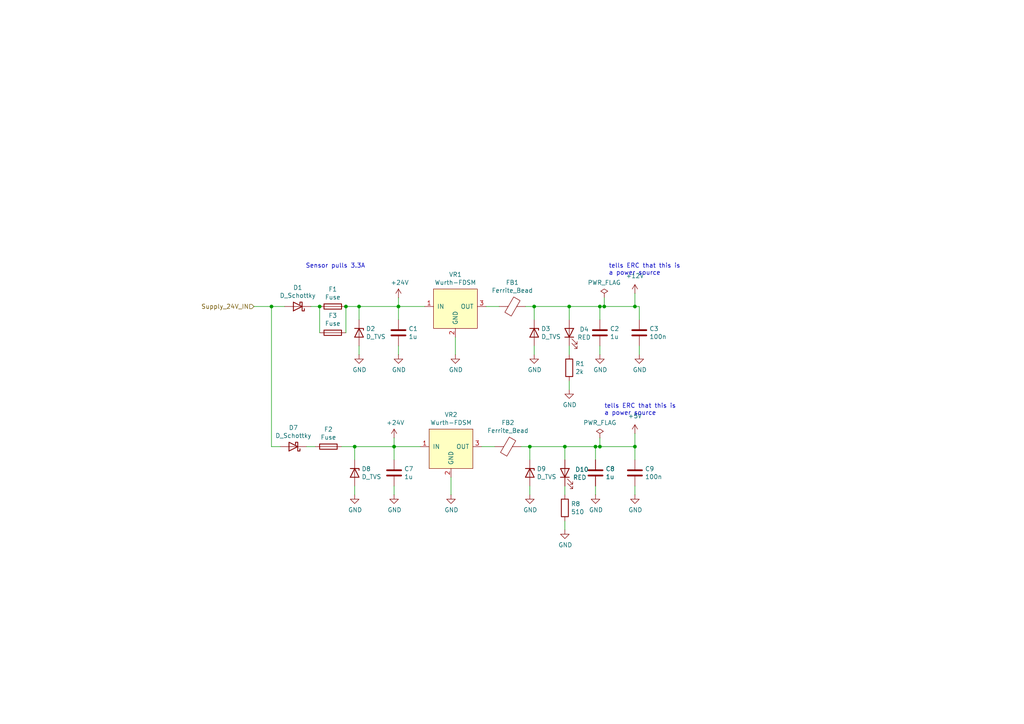
<source format=kicad_sch>
(kicad_sch
	(version 20250114)
	(generator "eeschema")
	(generator_version "9.0")
	(uuid "d8a5037e-1401-4ea5-99a8-098715c56127")
	(paper "A4")
	(lib_symbols
		(symbol "Device:C"
			(pin_numbers
				(hide yes)
			)
			(pin_names
				(offset 0.254)
			)
			(exclude_from_sim no)
			(in_bom yes)
			(on_board yes)
			(property "Reference" "C"
				(at 0.635 2.54 0)
				(effects
					(font
						(size 1.27 1.27)
					)
					(justify left)
				)
			)
			(property "Value" "C"
				(at 0.635 -2.54 0)
				(effects
					(font
						(size 1.27 1.27)
					)
					(justify left)
				)
			)
			(property "Footprint" ""
				(at 0.9652 -3.81 0)
				(effects
					(font
						(size 1.27 1.27)
					)
					(hide yes)
				)
			)
			(property "Datasheet" "~"
				(at 0 0 0)
				(effects
					(font
						(size 1.27 1.27)
					)
					(hide yes)
				)
			)
			(property "Description" "Unpolarized capacitor"
				(at 0 0 0)
				(effects
					(font
						(size 1.27 1.27)
					)
					(hide yes)
				)
			)
			(property "ki_keywords" "cap capacitor"
				(at 0 0 0)
				(effects
					(font
						(size 1.27 1.27)
					)
					(hide yes)
				)
			)
			(property "ki_fp_filters" "C_*"
				(at 0 0 0)
				(effects
					(font
						(size 1.27 1.27)
					)
					(hide yes)
				)
			)
			(symbol "C_0_1"
				(polyline
					(pts
						(xy -2.032 0.762) (xy 2.032 0.762)
					)
					(stroke
						(width 0.508)
						(type default)
					)
					(fill
						(type none)
					)
				)
				(polyline
					(pts
						(xy -2.032 -0.762) (xy 2.032 -0.762)
					)
					(stroke
						(width 0.508)
						(type default)
					)
					(fill
						(type none)
					)
				)
			)
			(symbol "C_1_1"
				(pin passive line
					(at 0 3.81 270)
					(length 2.794)
					(name "~"
						(effects
							(font
								(size 1.27 1.27)
							)
						)
					)
					(number "1"
						(effects
							(font
								(size 1.27 1.27)
							)
						)
					)
				)
				(pin passive line
					(at 0 -3.81 90)
					(length 2.794)
					(name "~"
						(effects
							(font
								(size 1.27 1.27)
							)
						)
					)
					(number "2"
						(effects
							(font
								(size 1.27 1.27)
							)
						)
					)
				)
			)
			(embedded_fonts no)
		)
		(symbol "Device:D_Schottky"
			(pin_numbers
				(hide yes)
			)
			(pin_names
				(offset 1.016)
				(hide yes)
			)
			(exclude_from_sim no)
			(in_bom yes)
			(on_board yes)
			(property "Reference" "D"
				(at 0 2.54 0)
				(effects
					(font
						(size 1.27 1.27)
					)
				)
			)
			(property "Value" "D_Schottky"
				(at 0 -2.54 0)
				(effects
					(font
						(size 1.27 1.27)
					)
				)
			)
			(property "Footprint" ""
				(at 0 0 0)
				(effects
					(font
						(size 1.27 1.27)
					)
					(hide yes)
				)
			)
			(property "Datasheet" "~"
				(at 0 0 0)
				(effects
					(font
						(size 1.27 1.27)
					)
					(hide yes)
				)
			)
			(property "Description" "Schottky diode"
				(at 0 0 0)
				(effects
					(font
						(size 1.27 1.27)
					)
					(hide yes)
				)
			)
			(property "ki_keywords" "diode Schottky"
				(at 0 0 0)
				(effects
					(font
						(size 1.27 1.27)
					)
					(hide yes)
				)
			)
			(property "ki_fp_filters" "TO-???* *_Diode_* *SingleDiode* D_*"
				(at 0 0 0)
				(effects
					(font
						(size 1.27 1.27)
					)
					(hide yes)
				)
			)
			(symbol "D_Schottky_0_1"
				(polyline
					(pts
						(xy -1.905 0.635) (xy -1.905 1.27) (xy -1.27 1.27) (xy -1.27 -1.27) (xy -0.635 -1.27) (xy -0.635 -0.635)
					)
					(stroke
						(width 0.254)
						(type default)
					)
					(fill
						(type none)
					)
				)
				(polyline
					(pts
						(xy 1.27 1.27) (xy 1.27 -1.27) (xy -1.27 0) (xy 1.27 1.27)
					)
					(stroke
						(width 0.254)
						(type default)
					)
					(fill
						(type none)
					)
				)
				(polyline
					(pts
						(xy 1.27 0) (xy -1.27 0)
					)
					(stroke
						(width 0)
						(type default)
					)
					(fill
						(type none)
					)
				)
			)
			(symbol "D_Schottky_1_1"
				(pin passive line
					(at -3.81 0 0)
					(length 2.54)
					(name "K"
						(effects
							(font
								(size 1.27 1.27)
							)
						)
					)
					(number "1"
						(effects
							(font
								(size 1.27 1.27)
							)
						)
					)
				)
				(pin passive line
					(at 3.81 0 180)
					(length 2.54)
					(name "A"
						(effects
							(font
								(size 1.27 1.27)
							)
						)
					)
					(number "2"
						(effects
							(font
								(size 1.27 1.27)
							)
						)
					)
				)
			)
			(embedded_fonts no)
		)
		(symbol "Device:D_Zener"
			(pin_numbers
				(hide yes)
			)
			(pin_names
				(offset 1.016)
				(hide yes)
			)
			(exclude_from_sim no)
			(in_bom yes)
			(on_board yes)
			(property "Reference" "D"
				(at 0 2.54 0)
				(effects
					(font
						(size 1.27 1.27)
					)
				)
			)
			(property "Value" "D_Zener"
				(at 0 -2.54 0)
				(effects
					(font
						(size 1.27 1.27)
					)
				)
			)
			(property "Footprint" ""
				(at 0 0 0)
				(effects
					(font
						(size 1.27 1.27)
					)
					(hide yes)
				)
			)
			(property "Datasheet" "~"
				(at 0 0 0)
				(effects
					(font
						(size 1.27 1.27)
					)
					(hide yes)
				)
			)
			(property "Description" "Zener diode"
				(at 0 0 0)
				(effects
					(font
						(size 1.27 1.27)
					)
					(hide yes)
				)
			)
			(property "ki_keywords" "diode"
				(at 0 0 0)
				(effects
					(font
						(size 1.27 1.27)
					)
					(hide yes)
				)
			)
			(property "ki_fp_filters" "TO-???* *_Diode_* *SingleDiode* D_*"
				(at 0 0 0)
				(effects
					(font
						(size 1.27 1.27)
					)
					(hide yes)
				)
			)
			(symbol "D_Zener_0_1"
				(polyline
					(pts
						(xy -1.27 -1.27) (xy -1.27 1.27) (xy -0.762 1.27)
					)
					(stroke
						(width 0.254)
						(type default)
					)
					(fill
						(type none)
					)
				)
				(polyline
					(pts
						(xy 1.27 0) (xy -1.27 0)
					)
					(stroke
						(width 0)
						(type default)
					)
					(fill
						(type none)
					)
				)
				(polyline
					(pts
						(xy 1.27 -1.27) (xy 1.27 1.27) (xy -1.27 0) (xy 1.27 -1.27)
					)
					(stroke
						(width 0.254)
						(type default)
					)
					(fill
						(type none)
					)
				)
			)
			(symbol "D_Zener_1_1"
				(pin passive line
					(at -3.81 0 0)
					(length 2.54)
					(name "K"
						(effects
							(font
								(size 1.27 1.27)
							)
						)
					)
					(number "1"
						(effects
							(font
								(size 1.27 1.27)
							)
						)
					)
				)
				(pin passive line
					(at 3.81 0 180)
					(length 2.54)
					(name "A"
						(effects
							(font
								(size 1.27 1.27)
							)
						)
					)
					(number "2"
						(effects
							(font
								(size 1.27 1.27)
							)
						)
					)
				)
			)
			(embedded_fonts no)
		)
		(symbol "Device:Fuse"
			(pin_numbers
				(hide yes)
			)
			(pin_names
				(offset 0)
			)
			(exclude_from_sim no)
			(in_bom yes)
			(on_board yes)
			(property "Reference" "F"
				(at 2.032 0 90)
				(effects
					(font
						(size 1.27 1.27)
					)
				)
			)
			(property "Value" "Fuse"
				(at -1.905 0 90)
				(effects
					(font
						(size 1.27 1.27)
					)
				)
			)
			(property "Footprint" ""
				(at -1.778 0 90)
				(effects
					(font
						(size 1.27 1.27)
					)
					(hide yes)
				)
			)
			(property "Datasheet" "~"
				(at 0 0 0)
				(effects
					(font
						(size 1.27 1.27)
					)
					(hide yes)
				)
			)
			(property "Description" "Fuse"
				(at 0 0 0)
				(effects
					(font
						(size 1.27 1.27)
					)
					(hide yes)
				)
			)
			(property "ki_keywords" "fuse"
				(at 0 0 0)
				(effects
					(font
						(size 1.27 1.27)
					)
					(hide yes)
				)
			)
			(property "ki_fp_filters" "*Fuse*"
				(at 0 0 0)
				(effects
					(font
						(size 1.27 1.27)
					)
					(hide yes)
				)
			)
			(symbol "Fuse_0_1"
				(rectangle
					(start -0.762 -2.54)
					(end 0.762 2.54)
					(stroke
						(width 0.254)
						(type default)
					)
					(fill
						(type none)
					)
				)
				(polyline
					(pts
						(xy 0 2.54) (xy 0 -2.54)
					)
					(stroke
						(width 0)
						(type default)
					)
					(fill
						(type none)
					)
				)
			)
			(symbol "Fuse_1_1"
				(pin passive line
					(at 0 3.81 270)
					(length 1.27)
					(name "~"
						(effects
							(font
								(size 1.27 1.27)
							)
						)
					)
					(number "1"
						(effects
							(font
								(size 1.27 1.27)
							)
						)
					)
				)
				(pin passive line
					(at 0 -3.81 90)
					(length 1.27)
					(name "~"
						(effects
							(font
								(size 1.27 1.27)
							)
						)
					)
					(number "2"
						(effects
							(font
								(size 1.27 1.27)
							)
						)
					)
				)
			)
			(embedded_fonts no)
		)
		(symbol "Device:LED"
			(pin_numbers
				(hide yes)
			)
			(pin_names
				(offset 1.016)
				(hide yes)
			)
			(exclude_from_sim no)
			(in_bom yes)
			(on_board yes)
			(property "Reference" "D"
				(at 0 2.54 0)
				(effects
					(font
						(size 1.27 1.27)
					)
				)
			)
			(property "Value" "LED"
				(at 0 -2.54 0)
				(effects
					(font
						(size 1.27 1.27)
					)
				)
			)
			(property "Footprint" ""
				(at 0 0 0)
				(effects
					(font
						(size 1.27 1.27)
					)
					(hide yes)
				)
			)
			(property "Datasheet" "~"
				(at 0 0 0)
				(effects
					(font
						(size 1.27 1.27)
					)
					(hide yes)
				)
			)
			(property "Description" "Light emitting diode"
				(at 0 0 0)
				(effects
					(font
						(size 1.27 1.27)
					)
					(hide yes)
				)
			)
			(property "ki_keywords" "LED diode"
				(at 0 0 0)
				(effects
					(font
						(size 1.27 1.27)
					)
					(hide yes)
				)
			)
			(property "ki_fp_filters" "LED* LED_SMD:* LED_THT:*"
				(at 0 0 0)
				(effects
					(font
						(size 1.27 1.27)
					)
					(hide yes)
				)
			)
			(symbol "LED_0_1"
				(polyline
					(pts
						(xy -3.048 -0.762) (xy -4.572 -2.286) (xy -3.81 -2.286) (xy -4.572 -2.286) (xy -4.572 -1.524)
					)
					(stroke
						(width 0)
						(type default)
					)
					(fill
						(type none)
					)
				)
				(polyline
					(pts
						(xy -1.778 -0.762) (xy -3.302 -2.286) (xy -2.54 -2.286) (xy -3.302 -2.286) (xy -3.302 -1.524)
					)
					(stroke
						(width 0)
						(type default)
					)
					(fill
						(type none)
					)
				)
				(polyline
					(pts
						(xy -1.27 0) (xy 1.27 0)
					)
					(stroke
						(width 0)
						(type default)
					)
					(fill
						(type none)
					)
				)
				(polyline
					(pts
						(xy -1.27 -1.27) (xy -1.27 1.27)
					)
					(stroke
						(width 0.254)
						(type default)
					)
					(fill
						(type none)
					)
				)
				(polyline
					(pts
						(xy 1.27 -1.27) (xy 1.27 1.27) (xy -1.27 0) (xy 1.27 -1.27)
					)
					(stroke
						(width 0.254)
						(type default)
					)
					(fill
						(type none)
					)
				)
			)
			(symbol "LED_1_1"
				(pin passive line
					(at -3.81 0 0)
					(length 2.54)
					(name "K"
						(effects
							(font
								(size 1.27 1.27)
							)
						)
					)
					(number "1"
						(effects
							(font
								(size 1.27 1.27)
							)
						)
					)
				)
				(pin passive line
					(at 3.81 0 180)
					(length 2.54)
					(name "A"
						(effects
							(font
								(size 1.27 1.27)
							)
						)
					)
					(number "2"
						(effects
							(font
								(size 1.27 1.27)
							)
						)
					)
				)
			)
			(embedded_fonts no)
		)
		(symbol "Device:R"
			(pin_numbers
				(hide yes)
			)
			(pin_names
				(offset 0)
			)
			(exclude_from_sim no)
			(in_bom yes)
			(on_board yes)
			(property "Reference" "R"
				(at 2.032 0 90)
				(effects
					(font
						(size 1.27 1.27)
					)
				)
			)
			(property "Value" "R"
				(at 0 0 90)
				(effects
					(font
						(size 1.27 1.27)
					)
				)
			)
			(property "Footprint" ""
				(at -1.778 0 90)
				(effects
					(font
						(size 1.27 1.27)
					)
					(hide yes)
				)
			)
			(property "Datasheet" "~"
				(at 0 0 0)
				(effects
					(font
						(size 1.27 1.27)
					)
					(hide yes)
				)
			)
			(property "Description" "Resistor"
				(at 0 0 0)
				(effects
					(font
						(size 1.27 1.27)
					)
					(hide yes)
				)
			)
			(property "ki_keywords" "R res resistor"
				(at 0 0 0)
				(effects
					(font
						(size 1.27 1.27)
					)
					(hide yes)
				)
			)
			(property "ki_fp_filters" "R_*"
				(at 0 0 0)
				(effects
					(font
						(size 1.27 1.27)
					)
					(hide yes)
				)
			)
			(symbol "R_0_1"
				(rectangle
					(start -1.016 -2.54)
					(end 1.016 2.54)
					(stroke
						(width 0.254)
						(type default)
					)
					(fill
						(type none)
					)
				)
			)
			(symbol "R_1_1"
				(pin passive line
					(at 0 3.81 270)
					(length 1.27)
					(name "~"
						(effects
							(font
								(size 1.27 1.27)
							)
						)
					)
					(number "1"
						(effects
							(font
								(size 1.27 1.27)
							)
						)
					)
				)
				(pin passive line
					(at 0 -3.81 90)
					(length 1.27)
					(name "~"
						(effects
							(font
								(size 1.27 1.27)
							)
						)
					)
					(number "2"
						(effects
							(font
								(size 1.27 1.27)
							)
						)
					)
				)
			)
			(embedded_fonts no)
		)
		(symbol "KTHFS:Wurth-FDSM"
			(pin_names
				(offset 1.016)
			)
			(exclude_from_sim no)
			(in_bom yes)
			(on_board yes)
			(property "Reference" "VR"
				(at -5.08 6.35 0)
				(effects
					(font
						(size 1.27 1.27)
					)
				)
			)
			(property "Value" "Wurth-FDSM"
				(at 0 3.81 0)
				(effects
					(font
						(size 1.27 1.27)
					)
				)
			)
			(property "Footprint" "KTHFS:Wurth-FDSM"
				(at -7.62 3.81 0)
				(effects
					(font
						(size 1.27 1.27)
					)
					(hide yes)
				)
			)
			(property "Datasheet" "https://katalog.we-online.de/pm/datasheet/173010578.pdf"
				(at 0 0 0)
				(effects
					(font
						(size 1.27 1.27)
					)
					(hide yes)
				)
			)
			(property "Description" "DC-DC Converter MagI3C"
				(at 0 0 0)
				(effects
					(font
						(size 1.27 1.27)
					)
					(hide yes)
				)
			)
			(property "ki_keywords" "DC-DC, Step-down, Wurth"
				(at 0 0 0)
				(effects
					(font
						(size 1.27 1.27)
					)
					(hide yes)
				)
			)
			(symbol "Wurth-FDSM_0_1"
				(rectangle
					(start 6.35 5.08)
					(end -6.35 -6.35)
					(stroke
						(width 0)
						(type solid)
					)
					(fill
						(type background)
					)
				)
			)
			(symbol "Wurth-FDSM_1_1"
				(pin power_in line
					(at -8.89 0 0)
					(length 2.54)
					(name "IN"
						(effects
							(font
								(size 1.27 1.27)
							)
						)
					)
					(number "1"
						(effects
							(font
								(size 1.27 1.27)
							)
						)
					)
				)
				(pin power_in line
					(at 0 -8.89 90)
					(length 2.54)
					(name "GND"
						(effects
							(font
								(size 1.27 1.27)
							)
						)
					)
					(number "2"
						(effects
							(font
								(size 1.27 1.27)
							)
						)
					)
				)
				(pin power_out line
					(at 8.89 0 180)
					(length 2.54)
					(name "OUT"
						(effects
							(font
								(size 1.27 1.27)
							)
						)
					)
					(number "3"
						(effects
							(font
								(size 1.27 1.27)
							)
						)
					)
				)
			)
			(embedded_fonts no)
		)
		(symbol "blocks-rescue:Ferrite_Bead-Device"
			(pin_numbers
				(hide yes)
			)
			(pin_names
				(offset 0)
			)
			(exclude_from_sim no)
			(in_bom yes)
			(on_board yes)
			(property "Reference" "FB"
				(at -3.81 0.635 90)
				(effects
					(font
						(size 1.27 1.27)
					)
				)
			)
			(property "Value" "Device_Ferrite_Bead"
				(at 3.81 0 90)
				(effects
					(font
						(size 1.27 1.27)
					)
				)
			)
			(property "Footprint" ""
				(at -1.778 0 90)
				(effects
					(font
						(size 1.27 1.27)
					)
					(hide yes)
				)
			)
			(property "Datasheet" ""
				(at 0 0 0)
				(effects
					(font
						(size 1.27 1.27)
					)
					(hide yes)
				)
			)
			(property "Description" ""
				(at 0 0 0)
				(effects
					(font
						(size 1.27 1.27)
					)
					(hide yes)
				)
			)
			(property "ki_fp_filters" "Inductor_* L_* *Ferrite*"
				(at 0 0 0)
				(effects
					(font
						(size 1.27 1.27)
					)
					(hide yes)
				)
			)
			(symbol "Ferrite_Bead-Device_0_1"
				(polyline
					(pts
						(xy -2.7686 0.4064) (xy -1.7018 2.2606) (xy 2.7686 -0.3048) (xy 1.6764 -2.159) (xy -2.7686 0.4064)
					)
					(stroke
						(width 0)
						(type solid)
					)
					(fill
						(type none)
					)
				)
				(polyline
					(pts
						(xy 0 1.27) (xy 0 1.2954)
					)
					(stroke
						(width 0)
						(type solid)
					)
					(fill
						(type none)
					)
				)
				(polyline
					(pts
						(xy 0 -1.27) (xy 0 -1.2192)
					)
					(stroke
						(width 0)
						(type solid)
					)
					(fill
						(type none)
					)
				)
			)
			(symbol "Ferrite_Bead-Device_1_1"
				(pin passive line
					(at 0 3.81 270)
					(length 2.54)
					(name "~"
						(effects
							(font
								(size 1.27 1.27)
							)
						)
					)
					(number "1"
						(effects
							(font
								(size 1.27 1.27)
							)
						)
					)
				)
				(pin passive line
					(at 0 -3.81 90)
					(length 2.54)
					(name "~"
						(effects
							(font
								(size 1.27 1.27)
							)
						)
					)
					(number "2"
						(effects
							(font
								(size 1.27 1.27)
							)
						)
					)
				)
			)
			(embedded_fonts no)
		)
		(symbol "power:+12V"
			(power)
			(pin_numbers
				(hide yes)
			)
			(pin_names
				(offset 0)
				(hide yes)
			)
			(exclude_from_sim no)
			(in_bom yes)
			(on_board yes)
			(property "Reference" "#PWR"
				(at 0 -3.81 0)
				(effects
					(font
						(size 1.27 1.27)
					)
					(hide yes)
				)
			)
			(property "Value" "+12V"
				(at 0 3.556 0)
				(effects
					(font
						(size 1.27 1.27)
					)
				)
			)
			(property "Footprint" ""
				(at 0 0 0)
				(effects
					(font
						(size 1.27 1.27)
					)
					(hide yes)
				)
			)
			(property "Datasheet" ""
				(at 0 0 0)
				(effects
					(font
						(size 1.27 1.27)
					)
					(hide yes)
				)
			)
			(property "Description" "Power symbol creates a global label with name \"+12V\""
				(at 0 0 0)
				(effects
					(font
						(size 1.27 1.27)
					)
					(hide yes)
				)
			)
			(property "ki_keywords" "global power"
				(at 0 0 0)
				(effects
					(font
						(size 1.27 1.27)
					)
					(hide yes)
				)
			)
			(symbol "+12V_0_1"
				(polyline
					(pts
						(xy -0.762 1.27) (xy 0 2.54)
					)
					(stroke
						(width 0)
						(type default)
					)
					(fill
						(type none)
					)
				)
				(polyline
					(pts
						(xy 0 2.54) (xy 0.762 1.27)
					)
					(stroke
						(width 0)
						(type default)
					)
					(fill
						(type none)
					)
				)
				(polyline
					(pts
						(xy 0 0) (xy 0 2.54)
					)
					(stroke
						(width 0)
						(type default)
					)
					(fill
						(type none)
					)
				)
			)
			(symbol "+12V_1_1"
				(pin power_in line
					(at 0 0 90)
					(length 0)
					(name "~"
						(effects
							(font
								(size 1.27 1.27)
							)
						)
					)
					(number "1"
						(effects
							(font
								(size 1.27 1.27)
							)
						)
					)
				)
			)
			(embedded_fonts no)
		)
		(symbol "power:+24V"
			(power)
			(pin_numbers
				(hide yes)
			)
			(pin_names
				(offset 0)
				(hide yes)
			)
			(exclude_from_sim no)
			(in_bom yes)
			(on_board yes)
			(property "Reference" "#PWR"
				(at 0 -3.81 0)
				(effects
					(font
						(size 1.27 1.27)
					)
					(hide yes)
				)
			)
			(property "Value" "+24V"
				(at 0 3.556 0)
				(effects
					(font
						(size 1.27 1.27)
					)
				)
			)
			(property "Footprint" ""
				(at 0 0 0)
				(effects
					(font
						(size 1.27 1.27)
					)
					(hide yes)
				)
			)
			(property "Datasheet" ""
				(at 0 0 0)
				(effects
					(font
						(size 1.27 1.27)
					)
					(hide yes)
				)
			)
			(property "Description" "Power symbol creates a global label with name \"+24V\""
				(at 0 0 0)
				(effects
					(font
						(size 1.27 1.27)
					)
					(hide yes)
				)
			)
			(property "ki_keywords" "global power"
				(at 0 0 0)
				(effects
					(font
						(size 1.27 1.27)
					)
					(hide yes)
				)
			)
			(symbol "+24V_0_1"
				(polyline
					(pts
						(xy -0.762 1.27) (xy 0 2.54)
					)
					(stroke
						(width 0)
						(type default)
					)
					(fill
						(type none)
					)
				)
				(polyline
					(pts
						(xy 0 2.54) (xy 0.762 1.27)
					)
					(stroke
						(width 0)
						(type default)
					)
					(fill
						(type none)
					)
				)
				(polyline
					(pts
						(xy 0 0) (xy 0 2.54)
					)
					(stroke
						(width 0)
						(type default)
					)
					(fill
						(type none)
					)
				)
			)
			(symbol "+24V_1_1"
				(pin power_in line
					(at 0 0 90)
					(length 0)
					(name "~"
						(effects
							(font
								(size 1.27 1.27)
							)
						)
					)
					(number "1"
						(effects
							(font
								(size 1.27 1.27)
							)
						)
					)
				)
			)
			(embedded_fonts no)
		)
		(symbol "power:GND"
			(power)
			(pin_numbers
				(hide yes)
			)
			(pin_names
				(offset 0)
				(hide yes)
			)
			(exclude_from_sim no)
			(in_bom yes)
			(on_board yes)
			(property "Reference" "#PWR"
				(at 0 -6.35 0)
				(effects
					(font
						(size 1.27 1.27)
					)
					(hide yes)
				)
			)
			(property "Value" "GND"
				(at 0 -3.81 0)
				(effects
					(font
						(size 1.27 1.27)
					)
				)
			)
			(property "Footprint" ""
				(at 0 0 0)
				(effects
					(font
						(size 1.27 1.27)
					)
					(hide yes)
				)
			)
			(property "Datasheet" ""
				(at 0 0 0)
				(effects
					(font
						(size 1.27 1.27)
					)
					(hide yes)
				)
			)
			(property "Description" "Power symbol creates a global label with name \"GND\" , ground"
				(at 0 0 0)
				(effects
					(font
						(size 1.27 1.27)
					)
					(hide yes)
				)
			)
			(property "ki_keywords" "global power"
				(at 0 0 0)
				(effects
					(font
						(size 1.27 1.27)
					)
					(hide yes)
				)
			)
			(symbol "GND_0_1"
				(polyline
					(pts
						(xy 0 0) (xy 0 -1.27) (xy 1.27 -1.27) (xy 0 -2.54) (xy -1.27 -1.27) (xy 0 -1.27)
					)
					(stroke
						(width 0)
						(type default)
					)
					(fill
						(type none)
					)
				)
			)
			(symbol "GND_1_1"
				(pin power_in line
					(at 0 0 270)
					(length 0)
					(name "~"
						(effects
							(font
								(size 1.27 1.27)
							)
						)
					)
					(number "1"
						(effects
							(font
								(size 1.27 1.27)
							)
						)
					)
				)
			)
			(embedded_fonts no)
		)
		(symbol "power:PWR_FLAG"
			(power)
			(pin_numbers
				(hide yes)
			)
			(pin_names
				(offset 0)
				(hide yes)
			)
			(exclude_from_sim no)
			(in_bom yes)
			(on_board yes)
			(property "Reference" "#FLG"
				(at 0 1.905 0)
				(effects
					(font
						(size 1.27 1.27)
					)
					(hide yes)
				)
			)
			(property "Value" "PWR_FLAG"
				(at 0 3.81 0)
				(effects
					(font
						(size 1.27 1.27)
					)
				)
			)
			(property "Footprint" ""
				(at 0 0 0)
				(effects
					(font
						(size 1.27 1.27)
					)
					(hide yes)
				)
			)
			(property "Datasheet" "~"
				(at 0 0 0)
				(effects
					(font
						(size 1.27 1.27)
					)
					(hide yes)
				)
			)
			(property "Description" "Special symbol for telling ERC where power comes from"
				(at 0 0 0)
				(effects
					(font
						(size 1.27 1.27)
					)
					(hide yes)
				)
			)
			(property "ki_keywords" "flag power"
				(at 0 0 0)
				(effects
					(font
						(size 1.27 1.27)
					)
					(hide yes)
				)
			)
			(symbol "PWR_FLAG_0_0"
				(pin power_out line
					(at 0 0 90)
					(length 0)
					(name "~"
						(effects
							(font
								(size 1.27 1.27)
							)
						)
					)
					(number "1"
						(effects
							(font
								(size 1.27 1.27)
							)
						)
					)
				)
			)
			(symbol "PWR_FLAG_0_1"
				(polyline
					(pts
						(xy 0 0) (xy 0 1.27) (xy -1.016 1.905) (xy 0 2.54) (xy 1.016 1.905) (xy 0 1.27)
					)
					(stroke
						(width 0)
						(type default)
					)
					(fill
						(type none)
					)
				)
			)
			(embedded_fonts no)
		)
	)
	(text "Sensor pulls 3.3A"
		(exclude_from_sim no)
		(at 97.282 77.216 0)
		(effects
			(font
				(size 1.27 1.27)
			)
		)
		(uuid "5135859f-f615-4c89-b4df-0cbb37b0886b")
	)
	(text "tells ERC that this is\na power source"
		(exclude_from_sim no)
		(at 176.53 80.01 0)
		(effects
			(font
				(size 1.27 1.27)
			)
			(justify left bottom)
		)
		(uuid "5ab34cf0-9a23-4dbb-b9dc-0ff435dd1ffb")
	)
	(text "tells ERC that this is\na power source"
		(exclude_from_sim no)
		(at 175.26 120.65 0)
		(effects
			(font
				(size 1.27 1.27)
			)
			(justify left bottom)
		)
		(uuid "e8e73edf-b464-41ba-8326-ebeaa3c43211")
	)
	(junction
		(at 104.14 88.9)
		(diameter 0)
		(color 0 0 0 0)
		(uuid "08344061-b401-42ee-a7b0-bb3a29b2aeaf")
	)
	(junction
		(at 115.57 88.9)
		(diameter 0)
		(color 0 0 0 0)
		(uuid "2757c95b-3315-4f8d-a71e-28af872ff774")
	)
	(junction
		(at 100.33 88.9)
		(diameter 0)
		(color 0 0 0 0)
		(uuid "50b9616e-dbe4-4465-9590-70f460698517")
	)
	(junction
		(at 153.67 129.54)
		(diameter 0)
		(color 0 0 0 0)
		(uuid "51bc1cd7-465d-4018-ba3b-1db456edfb99")
	)
	(junction
		(at 165.1 88.9)
		(diameter 0)
		(color 0 0 0 0)
		(uuid "631dc6c7-8c85-434e-bd9c-2c6a6301211f")
	)
	(junction
		(at 184.15 88.9)
		(diameter 0)
		(color 0 0 0 0)
		(uuid "6cde68df-ede3-4fb8-8c3d-b3ea5db22cd0")
	)
	(junction
		(at 102.87 129.54)
		(diameter 0)
		(color 0 0 0 0)
		(uuid "81ea4923-9f63-4e4b-956f-cd16e8f42f1b")
	)
	(junction
		(at 114.3 129.54)
		(diameter 0)
		(color 0 0 0 0)
		(uuid "868c6617-fe4d-4e86-8b9a-a06c61674205")
	)
	(junction
		(at 172.72 129.54)
		(diameter 0)
		(color 0 0 0 0)
		(uuid "868e0974-cffa-4703-89bd-4d1475504215")
	)
	(junction
		(at 163.83 129.54)
		(diameter 0)
		(color 0 0 0 0)
		(uuid "91dcf0ac-03d1-4b05-b35f-2fed03f38f04")
	)
	(junction
		(at 175.26 88.9)
		(diameter 0)
		(color 0 0 0 0)
		(uuid "9ab45714-4d09-4a70-bbf6-30198a4f28ff")
	)
	(junction
		(at 92.71 88.9)
		(diameter 0)
		(color 0 0 0 0)
		(uuid "c160d66d-b959-496b-8cab-ef4149c585a3")
	)
	(junction
		(at 173.99 129.54)
		(diameter 0)
		(color 0 0 0 0)
		(uuid "c52ac051-824c-4e03-9371-9a98753ef21e")
	)
	(junction
		(at 78.74 88.9)
		(diameter 0)
		(color 0 0 0 0)
		(uuid "cea392fb-1437-4401-ba4e-344f91ca1b65")
	)
	(junction
		(at 154.94 88.9)
		(diameter 0)
		(color 0 0 0 0)
		(uuid "d8555f95-b381-4b93-9db8-444f8c5408a0")
	)
	(junction
		(at 173.99 88.9)
		(diameter 0)
		(color 0 0 0 0)
		(uuid "f78ad3ef-6001-45d7-8d07-8d3c72d60581")
	)
	(junction
		(at 184.15 129.54)
		(diameter 0)
		(color 0 0 0 0)
		(uuid "fc21c303-3bd5-480c-a892-969de9317128")
	)
	(wire
		(pts
			(xy 114.3 127) (xy 114.3 129.54)
		)
		(stroke
			(width 0)
			(type default)
		)
		(uuid "06004c3c-e4ed-4ce7-9d05-f1f3d61e2e35")
	)
	(wire
		(pts
			(xy 165.1 92.71) (xy 165.1 88.9)
		)
		(stroke
			(width 0)
			(type default)
		)
		(uuid "069b477b-81f7-4d31-b5b3-91ec32e122b3")
	)
	(wire
		(pts
			(xy 185.42 102.87) (xy 185.42 100.33)
		)
		(stroke
			(width 0)
			(type default)
		)
		(uuid "06d009b8-a05d-4390-b48a-312f57c4be09")
	)
	(wire
		(pts
			(xy 154.94 88.9) (xy 154.94 92.71)
		)
		(stroke
			(width 0)
			(type default)
		)
		(uuid "07803dc1-9a99-4c63-9970-4cf1eb846464")
	)
	(wire
		(pts
			(xy 100.33 88.9) (xy 100.33 96.52)
		)
		(stroke
			(width 0)
			(type default)
		)
		(uuid "0af36083-ce06-4f81-9bf2-6925a4c1dcaf")
	)
	(wire
		(pts
			(xy 102.87 133.35) (xy 102.87 129.54)
		)
		(stroke
			(width 0)
			(type default)
		)
		(uuid "0f2222f6-04ac-4748-8ac1-c63f41a56623")
	)
	(wire
		(pts
			(xy 173.99 92.71) (xy 173.99 88.9)
		)
		(stroke
			(width 0)
			(type default)
		)
		(uuid "11541b84-d11f-4ea0-a5e2-f7102c6a9f54")
	)
	(wire
		(pts
			(xy 163.83 133.35) (xy 163.83 129.54)
		)
		(stroke
			(width 0)
			(type default)
		)
		(uuid "12a6dcc2-8ca7-476b-be73-459006895e40")
	)
	(wire
		(pts
			(xy 114.3 129.54) (xy 102.87 129.54)
		)
		(stroke
			(width 0)
			(type default)
		)
		(uuid "1bbfdc41-0dd6-47e1-8e30-3fee58828a72")
	)
	(wire
		(pts
			(xy 172.72 133.35) (xy 172.72 129.54)
		)
		(stroke
			(width 0)
			(type default)
		)
		(uuid "1e903a5c-42d7-41f3-b4a0-d35c5d52220e")
	)
	(wire
		(pts
			(xy 163.83 153.67) (xy 163.83 151.13)
		)
		(stroke
			(width 0)
			(type default)
		)
		(uuid "1f176126-f39d-4faa-b3b7-a59603c1680f")
	)
	(wire
		(pts
			(xy 185.42 88.9) (xy 184.15 88.9)
		)
		(stroke
			(width 0)
			(type default)
		)
		(uuid "1fcfb344-bdde-4d79-9861-fba1e7a4f241")
	)
	(wire
		(pts
			(xy 115.57 102.87) (xy 115.57 100.33)
		)
		(stroke
			(width 0)
			(type default)
		)
		(uuid "26549bfa-8d14-496a-beba-feefba9c05c3")
	)
	(wire
		(pts
			(xy 88.9 129.54) (xy 91.44 129.54)
		)
		(stroke
			(width 0)
			(type default)
		)
		(uuid "2ecc3533-da72-4841-99c5-5588e990bc83")
	)
	(wire
		(pts
			(xy 185.42 92.71) (xy 185.42 88.9)
		)
		(stroke
			(width 0)
			(type default)
		)
		(uuid "30129f38-3a70-4338-8ab1-f7528b45f6a3")
	)
	(wire
		(pts
			(xy 173.99 100.33) (xy 173.99 102.87)
		)
		(stroke
			(width 0)
			(type default)
		)
		(uuid "3203285f-6cd7-4e78-b52a-6c06ab180894")
	)
	(wire
		(pts
			(xy 163.83 140.97) (xy 163.83 143.51)
		)
		(stroke
			(width 0)
			(type default)
		)
		(uuid "33ecad31-5170-4e92-9dc7-ce8333e0c754")
	)
	(wire
		(pts
			(xy 173.99 129.54) (xy 184.15 129.54)
		)
		(stroke
			(width 0)
			(type default)
		)
		(uuid "350190f4-b970-4424-8abf-ce67213fefc7")
	)
	(wire
		(pts
			(xy 153.67 129.54) (xy 163.83 129.54)
		)
		(stroke
			(width 0)
			(type default)
		)
		(uuid "38906efd-7875-4d80-a254-959eec4a3c05")
	)
	(wire
		(pts
			(xy 102.87 143.51) (xy 102.87 140.97)
		)
		(stroke
			(width 0)
			(type default)
		)
		(uuid "39829b2b-6199-4c74-b7e1-57c8d9f5d59d")
	)
	(wire
		(pts
			(xy 172.72 129.54) (xy 173.99 129.54)
		)
		(stroke
			(width 0)
			(type default)
		)
		(uuid "43a3949d-5a45-44a8-a516-0393fe4d9ef4")
	)
	(wire
		(pts
			(xy 165.1 113.03) (xy 165.1 110.49)
		)
		(stroke
			(width 0)
			(type default)
		)
		(uuid "49fcf002-6dff-4f1b-b97d-36bbd2bb624b")
	)
	(wire
		(pts
			(xy 163.83 129.54) (xy 172.72 129.54)
		)
		(stroke
			(width 0)
			(type default)
		)
		(uuid "50ff6ac9-8ffa-4030-84db-38c5056d227c")
	)
	(wire
		(pts
			(xy 184.15 143.51) (xy 184.15 140.97)
		)
		(stroke
			(width 0)
			(type default)
		)
		(uuid "55afa194-aef1-4bb1-a13d-a033c583b94b")
	)
	(wire
		(pts
			(xy 92.71 88.9) (xy 92.71 96.52)
		)
		(stroke
			(width 0)
			(type default)
		)
		(uuid "5c59ff4b-b693-4fd2-8ed4-013ef5169209")
	)
	(wire
		(pts
			(xy 115.57 88.9) (xy 104.14 88.9)
		)
		(stroke
			(width 0)
			(type default)
		)
		(uuid "619b2398-2e4a-45f5-8ab4-cd3d17673a57")
	)
	(wire
		(pts
			(xy 114.3 143.51) (xy 114.3 140.97)
		)
		(stroke
			(width 0)
			(type default)
		)
		(uuid "6dc8b5fb-53a7-4b2c-9acd-0205e476a8be")
	)
	(wire
		(pts
			(xy 73.66 88.9) (xy 78.74 88.9)
		)
		(stroke
			(width 0)
			(type default)
		)
		(uuid "72b482da-1206-4ca8-ab8c-d3ec61c8b79f")
	)
	(wire
		(pts
			(xy 104.14 102.87) (xy 104.14 100.33)
		)
		(stroke
			(width 0)
			(type default)
		)
		(uuid "737a4a5d-6e9a-4813-9b7c-e63cd481b15d")
	)
	(wire
		(pts
			(xy 115.57 92.71) (xy 115.57 88.9)
		)
		(stroke
			(width 0)
			(type default)
		)
		(uuid "77129adc-3a16-487b-9f8a-fdd15b650415")
	)
	(wire
		(pts
			(xy 184.15 125.73) (xy 184.15 129.54)
		)
		(stroke
			(width 0)
			(type default)
		)
		(uuid "7a41947a-b118-4659-a927-5dc4faf0da9c")
	)
	(wire
		(pts
			(xy 140.97 88.9) (xy 144.78 88.9)
		)
		(stroke
			(width 0)
			(type default)
		)
		(uuid "7fc710d4-7eba-4688-87d1-75ceda1610c2")
	)
	(wire
		(pts
			(xy 78.74 88.9) (xy 78.74 129.54)
		)
		(stroke
			(width 0)
			(type default)
		)
		(uuid "8ba44f66-6682-45d9-87de-bed64ada789a")
	)
	(wire
		(pts
			(xy 152.4 88.9) (xy 154.94 88.9)
		)
		(stroke
			(width 0)
			(type default)
		)
		(uuid "9960173c-dee9-420d-a1d3-b461a33c2dee")
	)
	(wire
		(pts
			(xy 154.94 102.87) (xy 154.94 100.33)
		)
		(stroke
			(width 0)
			(type default)
		)
		(uuid "9b73c2e3-1bb6-44be-9a47-fd628fa31a1d")
	)
	(wire
		(pts
			(xy 102.87 129.54) (xy 99.06 129.54)
		)
		(stroke
			(width 0)
			(type default)
		)
		(uuid "9bafaa40-08f3-4344-ae0d-44595d356c7e")
	)
	(wire
		(pts
			(xy 153.67 129.54) (xy 153.67 133.35)
		)
		(stroke
			(width 0)
			(type default)
		)
		(uuid "a03ec601-46fc-4377-93eb-84df59ce3265")
	)
	(wire
		(pts
			(xy 153.67 143.51) (xy 153.67 140.97)
		)
		(stroke
			(width 0)
			(type default)
		)
		(uuid "a290128b-1cde-4d70-9489-2e1ca0c75ec8")
	)
	(wire
		(pts
			(xy 132.08 102.87) (xy 132.08 97.79)
		)
		(stroke
			(width 0)
			(type default)
		)
		(uuid "a4c2405e-5c8c-438c-b59b-763f4a526343")
	)
	(wire
		(pts
			(xy 184.15 133.35) (xy 184.15 129.54)
		)
		(stroke
			(width 0)
			(type default)
		)
		(uuid "a4e4119d-6777-4163-b982-c898aff5ebc0")
	)
	(wire
		(pts
			(xy 130.81 143.51) (xy 130.81 138.43)
		)
		(stroke
			(width 0)
			(type default)
		)
		(uuid "ab217a98-cc66-4b0d-853a-73eb08d49f33")
	)
	(wire
		(pts
			(xy 114.3 133.35) (xy 114.3 129.54)
		)
		(stroke
			(width 0)
			(type default)
		)
		(uuid "b293bd64-f404-482b-b4ad-f0eaa61b2b33")
	)
	(wire
		(pts
			(xy 115.57 86.36) (xy 115.57 88.9)
		)
		(stroke
			(width 0)
			(type default)
		)
		(uuid "b50c555b-39d8-4352-bfee-7e380ef93e75")
	)
	(wire
		(pts
			(xy 90.17 88.9) (xy 92.71 88.9)
		)
		(stroke
			(width 0)
			(type default)
		)
		(uuid "bcb8a6ae-6ab6-43f5-beb8-ba308e41a055")
	)
	(wire
		(pts
			(xy 154.94 88.9) (xy 165.1 88.9)
		)
		(stroke
			(width 0)
			(type default)
		)
		(uuid "c1a60b23-e3a0-4706-b632-6c1666b8f915")
	)
	(wire
		(pts
			(xy 114.3 129.54) (xy 121.92 129.54)
		)
		(stroke
			(width 0)
			(type default)
		)
		(uuid "c4a6e547-3af9-43c5-b1dc-8316e83d6dd6")
	)
	(wire
		(pts
			(xy 78.74 88.9) (xy 82.55 88.9)
		)
		(stroke
			(width 0)
			(type default)
		)
		(uuid "c73fd030-343b-494c-972c-7d2a3e6f31c4")
	)
	(wire
		(pts
			(xy 173.99 127) (xy 173.99 129.54)
		)
		(stroke
			(width 0)
			(type default)
		)
		(uuid "c79c4f14-4bf4-477e-be02-0f1e3a0d0f05")
	)
	(wire
		(pts
			(xy 165.1 100.33) (xy 165.1 102.87)
		)
		(stroke
			(width 0)
			(type default)
		)
		(uuid "cf3a0011-1251-498e-8199-da55628dd24e")
	)
	(wire
		(pts
			(xy 175.26 86.36) (xy 175.26 88.9)
		)
		(stroke
			(width 0)
			(type default)
		)
		(uuid "d6d1a154-9506-4542-9d66-0fc249f7742c")
	)
	(wire
		(pts
			(xy 139.7 129.54) (xy 143.51 129.54)
		)
		(stroke
			(width 0)
			(type default)
		)
		(uuid "d8aa7991-eeaf-4c45-8da7-170ff43ea6fa")
	)
	(wire
		(pts
			(xy 173.99 88.9) (xy 175.26 88.9)
		)
		(stroke
			(width 0)
			(type default)
		)
		(uuid "d91f9bdf-eed9-4a43-b208-aea7b25b7702")
	)
	(wire
		(pts
			(xy 104.14 88.9) (xy 100.33 88.9)
		)
		(stroke
			(width 0)
			(type default)
		)
		(uuid "e7e31fcf-725f-4f7a-8f2f-74d7f5603201")
	)
	(wire
		(pts
			(xy 104.14 92.71) (xy 104.14 88.9)
		)
		(stroke
			(width 0)
			(type default)
		)
		(uuid "ed346657-c6f2-4114-8642-03a1fdd70361")
	)
	(wire
		(pts
			(xy 165.1 88.9) (xy 173.99 88.9)
		)
		(stroke
			(width 0)
			(type default)
		)
		(uuid "f0a191d3-0906-4c22-a982-e070322e1254")
	)
	(wire
		(pts
			(xy 115.57 88.9) (xy 123.19 88.9)
		)
		(stroke
			(width 0)
			(type default)
		)
		(uuid "f29241c4-ad07-4899-8a64-28ff78974030")
	)
	(wire
		(pts
			(xy 78.74 129.54) (xy 81.28 129.54)
		)
		(stroke
			(width 0)
			(type default)
		)
		(uuid "f2a91493-58f7-4f77-991c-fc544acb17df")
	)
	(wire
		(pts
			(xy 172.72 140.97) (xy 172.72 143.51)
		)
		(stroke
			(width 0)
			(type default)
		)
		(uuid "f4ac62ab-766a-4c6e-8d39-0e58eda42855")
	)
	(wire
		(pts
			(xy 184.15 85.09) (xy 184.15 88.9)
		)
		(stroke
			(width 0)
			(type default)
		)
		(uuid "f97863ea-fca2-4104-9260-ea97ba95974f")
	)
	(wire
		(pts
			(xy 184.15 88.9) (xy 175.26 88.9)
		)
		(stroke
			(width 0)
			(type default)
		)
		(uuid "f993e7d5-6a45-4955-af7a-5d686f230aea")
	)
	(wire
		(pts
			(xy 151.13 129.54) (xy 153.67 129.54)
		)
		(stroke
			(width 0)
			(type default)
		)
		(uuid "fb1b46f2-aabf-4274-9ba2-3403c123e44a")
	)
	(hierarchical_label "Supply_24V_IN"
		(shape input)
		(at 73.66 88.9 180)
		(effects
			(font
				(size 1.27 1.27)
			)
			(justify right)
		)
		(uuid "bdff909c-5be1-4d8d-abf5-d9689156afef")
	)
	(symbol
		(lib_id "KTHFS:Wurth-FDSM")
		(at 132.08 88.9 0)
		(unit 1)
		(exclude_from_sim no)
		(in_bom yes)
		(on_board yes)
		(dnp no)
		(uuid "00000000-0000-0000-0000-00005de8dc71")
		(property "Reference" "VR1"
			(at 132.08 79.629 0)
			(effects
				(font
					(size 1.27 1.27)
				)
			)
		)
		(property "Value" "Wurth-FDSM"
			(at 132.08 81.9404 0)
			(effects
				(font
					(size 1.27 1.27)
				)
			)
		)
		(property "Footprint" "KTHFS:Wurth-FDSM"
			(at 124.46 85.09 0)
			(effects
				(font
					(size 1.27 1.27)
				)
				(hide yes)
			)
		)
		(property "Datasheet" "https://katalog.we-online.de/pm/datasheet/173010578.pdf"
			(at 132.08 88.9 0)
			(effects
				(font
					(size 1.27 1.27)
				)
				(hide yes)
			)
		)
		(property "Description" ""
			(at 132.08 88.9 0)
			(effects
				(font
					(size 1.27 1.27)
				)
				(hide yes)
			)
		)
		(pin "1"
			(uuid "cca55ee3-217b-4f18-b02d-38d32c3dc1c2")
		)
		(pin "2"
			(uuid "c7a2784c-8f1c-407b-ab9c-2f1e46db0641")
		)
		(pin "3"
			(uuid "116d908d-6514-4207-a5e1-80e3a75b10b0")
		)
		(instances
			(project "SlipSensor_HW"
				(path "/f1ca9c4e-2bdc-432a-b865-ec62cb741897/8b39459f-d9bb-423e-9b74-a67127c5b1a5"
					(reference "VR1")
					(unit 1)
				)
			)
		)
	)
	(symbol
		(lib_id "Device:Fuse")
		(at 96.52 88.9 270)
		(unit 1)
		(exclude_from_sim no)
		(in_bom yes)
		(on_board yes)
		(dnp no)
		(uuid "00000000-0000-0000-0000-00005de8e0ca")
		(property "Reference" "F1"
			(at 96.52 83.8962 90)
			(effects
				(font
					(size 1.27 1.27)
				)
			)
		)
		(property "Value" "Fuse"
			(at 96.52 86.2076 90)
			(effects
				(font
					(size 1.27 1.27)
				)
			)
		)
		(property "Footprint" "Fuse:Fuse_0603_1608Metric"
			(at 96.52 87.122 90)
			(effects
				(font
					(size 1.27 1.27)
				)
				(hide yes)
			)
		)
		(property "Datasheet" "~"
			(at 96.52 88.9 0)
			(effects
				(font
					(size 1.27 1.27)
				)
				(hide yes)
			)
		)
		(property "Description" "2.5A"
			(at 96.52 88.9 0)
			(effects
				(font
					(size 1.27 1.27)
				)
				(hide yes)
			)
		)
		(pin "1"
			(uuid "26b7c5ff-4c13-4f3e-88b0-66de66410d5a")
		)
		(pin "2"
			(uuid "55d6d89e-b529-430f-88b9-f89c6f2c226c")
		)
		(instances
			(project "SlipSensor_HW"
				(path "/f1ca9c4e-2bdc-432a-b865-ec62cb741897/8b39459f-d9bb-423e-9b74-a67127c5b1a5"
					(reference "F1")
					(unit 1)
				)
			)
		)
	)
	(symbol
		(lib_id "Device:D_Schottky")
		(at 86.36 88.9 180)
		(unit 1)
		(exclude_from_sim no)
		(in_bom yes)
		(on_board yes)
		(dnp no)
		(uuid "00000000-0000-0000-0000-00005de8e836")
		(property "Reference" "D1"
			(at 86.36 83.4136 0)
			(effects
				(font
					(size 1.27 1.27)
				)
			)
		)
		(property "Value" "D_Schottky"
			(at 86.36 85.725 0)
			(effects
				(font
					(size 1.27 1.27)
				)
			)
		)
		(property "Footprint" "Diode_SMD:D_SOD-323"
			(at 86.36 88.9 0)
			(effects
				(font
					(size 1.27 1.27)
				)
				(hide yes)
			)
		)
		(property "Datasheet" "~"
			(at 86.36 88.9 0)
			(effects
				(font
					(size 1.27 1.27)
				)
				(hide yes)
			)
		)
		(property "Description" ""
			(at 86.36 88.9 0)
			(effects
				(font
					(size 1.27 1.27)
				)
				(hide yes)
			)
		)
		(pin "1"
			(uuid "23242c90-2bd2-4d51-9f0b-8a453bc8c706")
		)
		(pin "2"
			(uuid "ccdcf849-e16b-4aac-ae21-f34c561a5f61")
		)
		(instances
			(project "SlipSensor_HW"
				(path "/f1ca9c4e-2bdc-432a-b865-ec62cb741897/8b39459f-d9bb-423e-9b74-a67127c5b1a5"
					(reference "D1")
					(unit 1)
				)
			)
		)
	)
	(symbol
		(lib_id "Device:D_Zener")
		(at 104.14 96.52 270)
		(unit 1)
		(exclude_from_sim no)
		(in_bom yes)
		(on_board yes)
		(dnp no)
		(uuid "00000000-0000-0000-0000-00005de8f267")
		(property "Reference" "D2"
			(at 106.1466 95.3516 90)
			(effects
				(font
					(size 1.27 1.27)
				)
				(justify left)
			)
		)
		(property "Value" "D_TVS"
			(at 106.1466 97.663 90)
			(effects
				(font
					(size 1.27 1.27)
				)
				(justify left)
			)
		)
		(property "Footprint" "Diode_SMD:D_SOD-323_HandSoldering"
			(at 104.14 96.52 0)
			(effects
				(font
					(size 1.27 1.27)
				)
				(hide yes)
			)
		)
		(property "Datasheet" "~"
			(at 104.14 96.52 0)
			(effects
				(font
					(size 1.27 1.27)
				)
				(hide yes)
			)
		)
		(property "Description" "Zener diode"
			(at 104.14 96.52 0)
			(effects
				(font
					(size 1.27 1.27)
				)
				(hide yes)
			)
		)
		(pin "1"
			(uuid "641d81d6-8f55-4447-ae41-514cc9849e11")
		)
		(pin "2"
			(uuid "4fd6ff7b-142c-491c-907c-0f2d9e49f3d2")
		)
		(instances
			(project "SlipSensor_HW"
				(path "/f1ca9c4e-2bdc-432a-b865-ec62cb741897/8b39459f-d9bb-423e-9b74-a67127c5b1a5"
					(reference "D2")
					(unit 1)
				)
			)
		)
	)
	(symbol
		(lib_id "Device:C")
		(at 115.57 96.52 0)
		(unit 1)
		(exclude_from_sim no)
		(in_bom yes)
		(on_board yes)
		(dnp no)
		(uuid "00000000-0000-0000-0000-00005de9088b")
		(property "Reference" "C1"
			(at 118.491 95.3516 0)
			(effects
				(font
					(size 1.27 1.27)
				)
				(justify left)
			)
		)
		(property "Value" "1u"
			(at 118.491 97.663 0)
			(effects
				(font
					(size 1.27 1.27)
				)
				(justify left)
			)
		)
		(property "Footprint" "Capacitor_SMD:C_0603_1608Metric"
			(at 116.5352 100.33 0)
			(effects
				(font
					(size 1.27 1.27)
				)
				(hide yes)
			)
		)
		(property "Datasheet" "~"
			(at 115.57 96.52 0)
			(effects
				(font
					(size 1.27 1.27)
				)
				(hide yes)
			)
		)
		(property "Description" ""
			(at 115.57 96.52 0)
			(effects
				(font
					(size 1.27 1.27)
				)
				(hide yes)
			)
		)
		(pin "1"
			(uuid "61148617-df05-4a40-a458-2eb7ea80c6ce")
		)
		(pin "2"
			(uuid "dcae6e8a-c95e-4a5b-be48-079d87b481a4")
		)
		(instances
			(project "SlipSensor_HW"
				(path "/f1ca9c4e-2bdc-432a-b865-ec62cb741897/8b39459f-d9bb-423e-9b74-a67127c5b1a5"
					(reference "C1")
					(unit 1)
				)
			)
		)
	)
	(symbol
		(lib_id "power:GND")
		(at 132.08 102.87 0)
		(unit 1)
		(exclude_from_sim no)
		(in_bom yes)
		(on_board yes)
		(dnp no)
		(uuid "00000000-0000-0000-0000-00005de931f9")
		(property "Reference" "#PWR05"
			(at 132.08 109.22 0)
			(effects
				(font
					(size 1.27 1.27)
				)
				(hide yes)
			)
		)
		(property "Value" "GND"
			(at 132.207 107.2642 0)
			(effects
				(font
					(size 1.27 1.27)
				)
			)
		)
		(property "Footprint" ""
			(at 132.08 102.87 0)
			(effects
				(font
					(size 1.27 1.27)
				)
				(hide yes)
			)
		)
		(property "Datasheet" ""
			(at 132.08 102.87 0)
			(effects
				(font
					(size 1.27 1.27)
				)
				(hide yes)
			)
		)
		(property "Description" "Power symbol creates a global label with name \"GND\" , ground"
			(at 132.08 102.87 0)
			(effects
				(font
					(size 1.27 1.27)
				)
				(hide yes)
			)
		)
		(pin "1"
			(uuid "31ec8b72-1c63-44b3-b5b7-c4206318ae06")
		)
		(instances
			(project "SlipSensor_HW"
				(path "/f1ca9c4e-2bdc-432a-b865-ec62cb741897/8b39459f-d9bb-423e-9b74-a67127c5b1a5"
					(reference "#PWR05")
					(unit 1)
				)
			)
		)
	)
	(symbol
		(lib_id "power:GND")
		(at 115.57 102.87 0)
		(unit 1)
		(exclude_from_sim no)
		(in_bom yes)
		(on_board yes)
		(dnp no)
		(uuid "00000000-0000-0000-0000-00005de935c5")
		(property "Reference" "#PWR04"
			(at 115.57 109.22 0)
			(effects
				(font
					(size 1.27 1.27)
				)
				(hide yes)
			)
		)
		(property "Value" "GND"
			(at 115.697 107.2642 0)
			(effects
				(font
					(size 1.27 1.27)
				)
			)
		)
		(property "Footprint" ""
			(at 115.57 102.87 0)
			(effects
				(font
					(size 1.27 1.27)
				)
				(hide yes)
			)
		)
		(property "Datasheet" ""
			(at 115.57 102.87 0)
			(effects
				(font
					(size 1.27 1.27)
				)
				(hide yes)
			)
		)
		(property "Description" "Power symbol creates a global label with name \"GND\" , ground"
			(at 115.57 102.87 0)
			(effects
				(font
					(size 1.27 1.27)
				)
				(hide yes)
			)
		)
		(pin "1"
			(uuid "426cb1af-9155-4ec7-878d-55e0d69f2382")
		)
		(instances
			(project "SlipSensor_HW"
				(path "/f1ca9c4e-2bdc-432a-b865-ec62cb741897/8b39459f-d9bb-423e-9b74-a67127c5b1a5"
					(reference "#PWR04")
					(unit 1)
				)
			)
		)
	)
	(symbol
		(lib_id "power:GND")
		(at 104.14 102.87 0)
		(unit 1)
		(exclude_from_sim no)
		(in_bom yes)
		(on_board yes)
		(dnp no)
		(uuid "00000000-0000-0000-0000-00005de93ed3")
		(property "Reference" "#PWR02"
			(at 104.14 109.22 0)
			(effects
				(font
					(size 1.27 1.27)
				)
				(hide yes)
			)
		)
		(property "Value" "GND"
			(at 104.267 107.2642 0)
			(effects
				(font
					(size 1.27 1.27)
				)
			)
		)
		(property "Footprint" ""
			(at 104.14 102.87 0)
			(effects
				(font
					(size 1.27 1.27)
				)
				(hide yes)
			)
		)
		(property "Datasheet" ""
			(at 104.14 102.87 0)
			(effects
				(font
					(size 1.27 1.27)
				)
				(hide yes)
			)
		)
		(property "Description" "Power symbol creates a global label with name \"GND\" , ground"
			(at 104.14 102.87 0)
			(effects
				(font
					(size 1.27 1.27)
				)
				(hide yes)
			)
		)
		(pin "1"
			(uuid "ad3ba9ca-6c14-4d67-ad53-d69795e187cb")
		)
		(instances
			(project "SlipSensor_HW"
				(path "/f1ca9c4e-2bdc-432a-b865-ec62cb741897/8b39459f-d9bb-423e-9b74-a67127c5b1a5"
					(reference "#PWR02")
					(unit 1)
				)
			)
		)
	)
	(symbol
		(lib_id "Device:C")
		(at 173.99 96.52 0)
		(unit 1)
		(exclude_from_sim no)
		(in_bom yes)
		(on_board yes)
		(dnp no)
		(uuid "00000000-0000-0000-0000-00005de96837")
		(property "Reference" "C2"
			(at 176.911 95.3516 0)
			(effects
				(font
					(size 1.27 1.27)
				)
				(justify left)
			)
		)
		(property "Value" "1u"
			(at 176.911 97.663 0)
			(effects
				(font
					(size 1.27 1.27)
				)
				(justify left)
			)
		)
		(property "Footprint" "Capacitor_SMD:C_0603_1608Metric"
			(at 174.9552 100.33 0)
			(effects
				(font
					(size 1.27 1.27)
				)
				(hide yes)
			)
		)
		(property "Datasheet" "~"
			(at 173.99 96.52 0)
			(effects
				(font
					(size 1.27 1.27)
				)
				(hide yes)
			)
		)
		(property "Description" ""
			(at 173.99 96.52 0)
			(effects
				(font
					(size 1.27 1.27)
				)
				(hide yes)
			)
		)
		(pin "1"
			(uuid "5655d59d-a894-471e-b001-6486d4ebb5be")
		)
		(pin "2"
			(uuid "b7711235-4502-43a6-a344-e883c893aaf2")
		)
		(instances
			(project "SlipSensor_HW"
				(path "/f1ca9c4e-2bdc-432a-b865-ec62cb741897/8b39459f-d9bb-423e-9b74-a67127c5b1a5"
					(reference "C2")
					(unit 1)
				)
			)
		)
	)
	(symbol
		(lib_id "power:+24V")
		(at 115.57 86.36 0)
		(unit 1)
		(exclude_from_sim no)
		(in_bom yes)
		(on_board yes)
		(dnp no)
		(uuid "00000000-0000-0000-0000-00005de9891f")
		(property "Reference" "#PWR03"
			(at 115.57 90.17 0)
			(effects
				(font
					(size 1.27 1.27)
				)
				(hide yes)
			)
		)
		(property "Value" "+24V"
			(at 115.951 81.9658 0)
			(effects
				(font
					(size 1.27 1.27)
				)
			)
		)
		(property "Footprint" ""
			(at 115.57 86.36 0)
			(effects
				(font
					(size 1.27 1.27)
				)
				(hide yes)
			)
		)
		(property "Datasheet" ""
			(at 115.57 86.36 0)
			(effects
				(font
					(size 1.27 1.27)
				)
				(hide yes)
			)
		)
		(property "Description" "Power symbol creates a global label with name \"+24V\""
			(at 115.57 86.36 0)
			(effects
				(font
					(size 1.27 1.27)
				)
				(hide yes)
			)
		)
		(pin "1"
			(uuid "eef3ef88-8310-46f9-a76f-4ae2243cf60e")
		)
		(instances
			(project "SlipSensor_HW"
				(path "/f1ca9c4e-2bdc-432a-b865-ec62cb741897/8b39459f-d9bb-423e-9b74-a67127c5b1a5"
					(reference "#PWR03")
					(unit 1)
				)
			)
		)
	)
	(symbol
		(lib_id "Device:C")
		(at 185.42 96.52 0)
		(unit 1)
		(exclude_from_sim no)
		(in_bom yes)
		(on_board yes)
		(dnp no)
		(uuid "00000000-0000-0000-0000-00005de99784")
		(property "Reference" "C3"
			(at 188.341 95.3516 0)
			(effects
				(font
					(size 1.27 1.27)
				)
				(justify left)
			)
		)
		(property "Value" "100n"
			(at 188.341 97.663 0)
			(effects
				(font
					(size 1.27 1.27)
				)
				(justify left)
			)
		)
		(property "Footprint" "Capacitor_SMD:C_0603_1608Metric"
			(at 186.3852 100.33 0)
			(effects
				(font
					(size 1.27 1.27)
				)
				(hide yes)
			)
		)
		(property "Datasheet" "~"
			(at 185.42 96.52 0)
			(effects
				(font
					(size 1.27 1.27)
				)
				(hide yes)
			)
		)
		(property "Description" ""
			(at 185.42 96.52 0)
			(effects
				(font
					(size 1.27 1.27)
				)
				(hide yes)
			)
		)
		(pin "1"
			(uuid "441cbfa5-8c9e-4030-883f-163cb90ddad7")
		)
		(pin "2"
			(uuid "575227b0-3cff-46eb-a69c-12cef67dc2b9")
		)
		(instances
			(project "SlipSensor_HW"
				(path "/f1ca9c4e-2bdc-432a-b865-ec62cb741897/8b39459f-d9bb-423e-9b74-a67127c5b1a5"
					(reference "C3")
					(unit 1)
				)
			)
		)
	)
	(symbol
		(lib_id "power:GND")
		(at 154.94 102.87 0)
		(unit 1)
		(exclude_from_sim no)
		(in_bom yes)
		(on_board yes)
		(dnp no)
		(uuid "00000000-0000-0000-0000-00005de9a361")
		(property "Reference" "#PWR06"
			(at 154.94 109.22 0)
			(effects
				(font
					(size 1.27 1.27)
				)
				(hide yes)
			)
		)
		(property "Value" "GND"
			(at 155.067 107.2642 0)
			(effects
				(font
					(size 1.27 1.27)
				)
			)
		)
		(property "Footprint" ""
			(at 154.94 102.87 0)
			(effects
				(font
					(size 1.27 1.27)
				)
				(hide yes)
			)
		)
		(property "Datasheet" ""
			(at 154.94 102.87 0)
			(effects
				(font
					(size 1.27 1.27)
				)
				(hide yes)
			)
		)
		(property "Description" "Power symbol creates a global label with name \"GND\" , ground"
			(at 154.94 102.87 0)
			(effects
				(font
					(size 1.27 1.27)
				)
				(hide yes)
			)
		)
		(pin "1"
			(uuid "6fa5c1f3-e271-4cc5-a538-886853ea2f84")
		)
		(instances
			(project "SlipSensor_HW"
				(path "/f1ca9c4e-2bdc-432a-b865-ec62cb741897/8b39459f-d9bb-423e-9b74-a67127c5b1a5"
					(reference "#PWR06")
					(unit 1)
				)
			)
		)
	)
	(symbol
		(lib_id "power:GND")
		(at 173.99 102.87 0)
		(unit 1)
		(exclude_from_sim no)
		(in_bom yes)
		(on_board yes)
		(dnp no)
		(uuid "00000000-0000-0000-0000-00005de9a7de")
		(property "Reference" "#PWR08"
			(at 173.99 109.22 0)
			(effects
				(font
					(size 1.27 1.27)
				)
				(hide yes)
			)
		)
		(property "Value" "GND"
			(at 174.117 107.2642 0)
			(effects
				(font
					(size 1.27 1.27)
				)
			)
		)
		(property "Footprint" ""
			(at 173.99 102.87 0)
			(effects
				(font
					(size 1.27 1.27)
				)
				(hide yes)
			)
		)
		(property "Datasheet" ""
			(at 173.99 102.87 0)
			(effects
				(font
					(size 1.27 1.27)
				)
				(hide yes)
			)
		)
		(property "Description" "Power symbol creates a global label with name \"GND\" , ground"
			(at 173.99 102.87 0)
			(effects
				(font
					(size 1.27 1.27)
				)
				(hide yes)
			)
		)
		(pin "1"
			(uuid "9fd1d039-9f19-4594-a59f-e5b3cf34c7ac")
		)
		(instances
			(project "SlipSensor_HW"
				(path "/f1ca9c4e-2bdc-432a-b865-ec62cb741897/8b39459f-d9bb-423e-9b74-a67127c5b1a5"
					(reference "#PWR08")
					(unit 1)
				)
			)
		)
	)
	(symbol
		(lib_id "power:GND")
		(at 185.42 102.87 0)
		(unit 1)
		(exclude_from_sim no)
		(in_bom yes)
		(on_board yes)
		(dnp no)
		(uuid "00000000-0000-0000-0000-00005de9ac7b")
		(property "Reference" "#PWR09"
			(at 185.42 109.22 0)
			(effects
				(font
					(size 1.27 1.27)
				)
				(hide yes)
			)
		)
		(property "Value" "GND"
			(at 185.547 107.2642 0)
			(effects
				(font
					(size 1.27 1.27)
				)
			)
		)
		(property "Footprint" ""
			(at 185.42 102.87 0)
			(effects
				(font
					(size 1.27 1.27)
				)
				(hide yes)
			)
		)
		(property "Datasheet" ""
			(at 185.42 102.87 0)
			(effects
				(font
					(size 1.27 1.27)
				)
				(hide yes)
			)
		)
		(property "Description" "Power symbol creates a global label with name \"GND\" , ground"
			(at 185.42 102.87 0)
			(effects
				(font
					(size 1.27 1.27)
				)
				(hide yes)
			)
		)
		(pin "1"
			(uuid "ce7f08a9-2647-49d4-9c97-5f04acbab010")
		)
		(instances
			(project "SlipSensor_HW"
				(path "/f1ca9c4e-2bdc-432a-b865-ec62cb741897/8b39459f-d9bb-423e-9b74-a67127c5b1a5"
					(reference "#PWR09")
					(unit 1)
				)
			)
		)
	)
	(symbol
		(lib_id "power:PWR_FLAG")
		(at 175.26 86.36 0)
		(unit 1)
		(exclude_from_sim no)
		(in_bom yes)
		(on_board yes)
		(dnp no)
		(uuid "00000000-0000-0000-0000-00005de9b17c")
		(property "Reference" "#FLG01"
			(at 175.26 84.455 0)
			(effects
				(font
					(size 1.27 1.27)
				)
				(hide yes)
			)
		)
		(property "Value" "PWR_FLAG"
			(at 175.26 81.9658 0)
			(effects
				(font
					(size 1.27 1.27)
				)
			)
		)
		(property "Footprint" ""
			(at 175.26 86.36 0)
			(effects
				(font
					(size 1.27 1.27)
				)
				(hide yes)
			)
		)
		(property "Datasheet" "~"
			(at 175.26 86.36 0)
			(effects
				(font
					(size 1.27 1.27)
				)
				(hide yes)
			)
		)
		(property "Description" "Special symbol for telling ERC where power comes from"
			(at 175.26 86.36 0)
			(effects
				(font
					(size 1.27 1.27)
				)
				(hide yes)
			)
		)
		(pin "1"
			(uuid "b682f991-d609-4260-9c8d-ae201a43a5bd")
		)
		(instances
			(project "SlipSensor_HW"
				(path "/f1ca9c4e-2bdc-432a-b865-ec62cb741897/8b39459f-d9bb-423e-9b74-a67127c5b1a5"
					(reference "#FLG01")
					(unit 1)
				)
			)
		)
	)
	(symbol
		(lib_id "Device:LED")
		(at 165.1 96.52 90)
		(unit 1)
		(exclude_from_sim no)
		(in_bom yes)
		(on_board yes)
		(dnp no)
		(uuid "00000000-0000-0000-0000-00005dea538c")
		(property "Reference" "D4"
			(at 168.0972 95.5294 90)
			(effects
				(font
					(size 1.27 1.27)
				)
				(justify right)
			)
		)
		(property "Value" "RED"
			(at 167.4622 97.8408 90)
			(effects
				(font
					(size 1.27 1.27)
				)
				(justify right)
			)
		)
		(property "Footprint" "LED_SMD:LED_0603_1608Metric"
			(at 165.1 96.52 0)
			(effects
				(font
					(size 1.27 1.27)
				)
				(hide yes)
			)
		)
		(property "Datasheet" "~"
			(at 165.1 96.52 0)
			(effects
				(font
					(size 1.27 1.27)
				)
				(hide yes)
			)
		)
		(property "Description" ""
			(at 165.1 96.52 0)
			(effects
				(font
					(size 1.27 1.27)
				)
				(hide yes)
			)
		)
		(pin "1"
			(uuid "f8cdbd40-6302-4173-b6b5-6743ffff5150")
		)
		(pin "2"
			(uuid "ac99716e-8987-40bf-b23e-16d5a168ec0f")
		)
		(instances
			(project "SlipSensor_HW"
				(path "/f1ca9c4e-2bdc-432a-b865-ec62cb741897/8b39459f-d9bb-423e-9b74-a67127c5b1a5"
					(reference "D4")
					(unit 1)
				)
			)
		)
	)
	(symbol
		(lib_id "Device:R")
		(at 165.1 106.68 0)
		(unit 1)
		(exclude_from_sim no)
		(in_bom yes)
		(on_board yes)
		(dnp no)
		(uuid "00000000-0000-0000-0000-00005dea6286")
		(property "Reference" "R1"
			(at 166.878 105.5116 0)
			(effects
				(font
					(size 1.27 1.27)
				)
				(justify left)
			)
		)
		(property "Value" "2k"
			(at 166.878 107.823 0)
			(effects
				(font
					(size 1.27 1.27)
				)
				(justify left)
			)
		)
		(property "Footprint" "Resistor_SMD:R_0603_1608Metric"
			(at 163.322 106.68 90)
			(effects
				(font
					(size 1.27 1.27)
				)
				(hide yes)
			)
		)
		(property "Datasheet" "~"
			(at 165.1 106.68 0)
			(effects
				(font
					(size 1.27 1.27)
				)
				(hide yes)
			)
		)
		(property "Description" ""
			(at 165.1 106.68 0)
			(effects
				(font
					(size 1.27 1.27)
				)
				(hide yes)
			)
		)
		(pin "1"
			(uuid "fa64856e-36a8-4c56-a34c-1ed3c9d1979b")
		)
		(pin "2"
			(uuid "72d98e4e-6d27-491a-ac78-d35f7b89447d")
		)
		(instances
			(project "SlipSensor_HW"
				(path "/f1ca9c4e-2bdc-432a-b865-ec62cb741897/8b39459f-d9bb-423e-9b74-a67127c5b1a5"
					(reference "R1")
					(unit 1)
				)
			)
		)
	)
	(symbol
		(lib_id "blocks-rescue:Ferrite_Bead-Device")
		(at 148.59 88.9 270)
		(unit 1)
		(exclude_from_sim no)
		(in_bom yes)
		(on_board yes)
		(dnp no)
		(uuid "00000000-0000-0000-0000-00005dea6fed")
		(property "Reference" "FB1"
			(at 148.59 81.9404 90)
			(effects
				(font
					(size 1.27 1.27)
				)
			)
		)
		(property "Value" "Ferrite_Bead"
			(at 148.59 84.2518 90)
			(effects
				(font
					(size 1.27 1.27)
				)
			)
		)
		(property "Footprint" "Inductor_SMD:L_0603_1608Metric"
			(at 148.59 87.122 90)
			(effects
				(font
					(size 1.27 1.27)
				)
				(hide yes)
			)
		)
		(property "Datasheet" "~"
			(at 148.59 88.9 0)
			(effects
				(font
					(size 1.27 1.27)
				)
				(hide yes)
			)
		)
		(property "Description" ""
			(at 148.59 88.9 0)
			(effects
				(font
					(size 1.27 1.27)
				)
				(hide yes)
			)
		)
		(pin "1"
			(uuid "2cb70a18-fb02-457e-95dc-52516d5d945f")
		)
		(pin "2"
			(uuid "2709e622-2057-46ab-8bb5-58d6482b4370")
		)
		(instances
			(project "SlipSensor_HW"
				(path "/f1ca9c4e-2bdc-432a-b865-ec62cb741897/8b39459f-d9bb-423e-9b74-a67127c5b1a5"
					(reference "FB1")
					(unit 1)
				)
			)
		)
	)
	(symbol
		(lib_id "power:GND")
		(at 165.1 113.03 0)
		(unit 1)
		(exclude_from_sim no)
		(in_bom yes)
		(on_board yes)
		(dnp no)
		(uuid "00000000-0000-0000-0000-00005dea756f")
		(property "Reference" "#PWR07"
			(at 165.1 119.38 0)
			(effects
				(font
					(size 1.27 1.27)
				)
				(hide yes)
			)
		)
		(property "Value" "GND"
			(at 165.227 117.4242 0)
			(effects
				(font
					(size 1.27 1.27)
				)
			)
		)
		(property "Footprint" ""
			(at 165.1 113.03 0)
			(effects
				(font
					(size 1.27 1.27)
				)
				(hide yes)
			)
		)
		(property "Datasheet" ""
			(at 165.1 113.03 0)
			(effects
				(font
					(size 1.27 1.27)
				)
				(hide yes)
			)
		)
		(property "Description" "Power symbol creates a global label with name \"GND\" , ground"
			(at 165.1 113.03 0)
			(effects
				(font
					(size 1.27 1.27)
				)
				(hide yes)
			)
		)
		(pin "1"
			(uuid "3ba2eeb2-58f2-4d4d-843e-8e679c016b3f")
		)
		(instances
			(project "SlipSensor_HW"
				(path "/f1ca9c4e-2bdc-432a-b865-ec62cb741897/8b39459f-d9bb-423e-9b74-a67127c5b1a5"
					(reference "#PWR07")
					(unit 1)
				)
			)
		)
	)
	(symbol
		(lib_id "KTHFS:Wurth-FDSM")
		(at 130.81 129.54 0)
		(unit 1)
		(exclude_from_sim no)
		(in_bom yes)
		(on_board yes)
		(dnp no)
		(uuid "07ecaccd-461b-4681-b8a5-414a47cc2589")
		(property "Reference" "VR2"
			(at 130.81 120.269 0)
			(effects
				(font
					(size 1.27 1.27)
				)
			)
		)
		(property "Value" "Wurth-FDSM"
			(at 130.81 122.5804 0)
			(effects
				(font
					(size 1.27 1.27)
				)
			)
		)
		(property "Footprint" "KTHFS:Wurth-FDSM"
			(at 123.19 125.73 0)
			(effects
				(font
					(size 1.27 1.27)
				)
				(hide yes)
			)
		)
		(property "Datasheet" "https://katalog.we-online.de/pm/datasheet/173010578.pdf"
			(at 130.81 129.54 0)
			(effects
				(font
					(size 1.27 1.27)
				)
				(hide yes)
			)
		)
		(property "Description" ""
			(at 130.81 129.54 0)
			(effects
				(font
					(size 1.27 1.27)
				)
				(hide yes)
			)
		)
		(pin "1"
			(uuid "f1b52a57-c716-4393-a4fb-9e4924cb14d5")
		)
		(pin "2"
			(uuid "ef23e280-39b1-403a-8d4c-0396be5839d2")
		)
		(pin "3"
			(uuid "ed68ebb4-7724-4f9f-8036-d2c7bdc5774f")
		)
		(instances
			(project "SlipSensor_HW"
				(path "/f1ca9c4e-2bdc-432a-b865-ec62cb741897/8b39459f-d9bb-423e-9b74-a67127c5b1a5"
					(reference "VR2")
					(unit 1)
				)
			)
		)
	)
	(symbol
		(lib_id "power:GND")
		(at 153.67 143.51 0)
		(unit 1)
		(exclude_from_sim no)
		(in_bom yes)
		(on_board yes)
		(dnp no)
		(uuid "1297857e-e205-45ed-9251-6789280e02bc")
		(property "Reference" "#PWR025"
			(at 153.67 149.86 0)
			(effects
				(font
					(size 1.27 1.27)
				)
				(hide yes)
			)
		)
		(property "Value" "GND"
			(at 153.797 147.9042 0)
			(effects
				(font
					(size 1.27 1.27)
				)
			)
		)
		(property "Footprint" ""
			(at 153.67 143.51 0)
			(effects
				(font
					(size 1.27 1.27)
				)
				(hide yes)
			)
		)
		(property "Datasheet" ""
			(at 153.67 143.51 0)
			(effects
				(font
					(size 1.27 1.27)
				)
				(hide yes)
			)
		)
		(property "Description" "Power symbol creates a global label with name \"GND\" , ground"
			(at 153.67 143.51 0)
			(effects
				(font
					(size 1.27 1.27)
				)
				(hide yes)
			)
		)
		(pin "1"
			(uuid "7240d803-8134-44f6-b4e7-03230704de40")
		)
		(instances
			(project "SlipSensor_HW"
				(path "/f1ca9c4e-2bdc-432a-b865-ec62cb741897/8b39459f-d9bb-423e-9b74-a67127c5b1a5"
					(reference "#PWR025")
					(unit 1)
				)
			)
		)
	)
	(symbol
		(lib_id "power:GND")
		(at 172.72 143.51 0)
		(unit 1)
		(exclude_from_sim no)
		(in_bom yes)
		(on_board yes)
		(dnp no)
		(uuid "15694ded-eb07-425b-9651-fa68c7068c67")
		(property "Reference" "#PWR027"
			(at 172.72 149.86 0)
			(effects
				(font
					(size 1.27 1.27)
				)
				(hide yes)
			)
		)
		(property "Value" "GND"
			(at 172.847 147.9042 0)
			(effects
				(font
					(size 1.27 1.27)
				)
			)
		)
		(property "Footprint" ""
			(at 172.72 143.51 0)
			(effects
				(font
					(size 1.27 1.27)
				)
				(hide yes)
			)
		)
		(property "Datasheet" ""
			(at 172.72 143.51 0)
			(effects
				(font
					(size 1.27 1.27)
				)
				(hide yes)
			)
		)
		(property "Description" "Power symbol creates a global label with name \"GND\" , ground"
			(at 172.72 143.51 0)
			(effects
				(font
					(size 1.27 1.27)
				)
				(hide yes)
			)
		)
		(pin "1"
			(uuid "c349ff41-b04f-438e-8d46-594943fca0d8")
		)
		(instances
			(project "SlipSensor_HW"
				(path "/f1ca9c4e-2bdc-432a-b865-ec62cb741897/8b39459f-d9bb-423e-9b74-a67127c5b1a5"
					(reference "#PWR027")
					(unit 1)
				)
			)
		)
	)
	(symbol
		(lib_id "blocks-rescue:Ferrite_Bead-Device")
		(at 147.32 129.54 270)
		(unit 1)
		(exclude_from_sim no)
		(in_bom yes)
		(on_board yes)
		(dnp no)
		(uuid "1badd960-4095-4d88-aa57-cea672720022")
		(property "Reference" "FB2"
			(at 147.32 122.5804 90)
			(effects
				(font
					(size 1.27 1.27)
				)
			)
		)
		(property "Value" "Ferrite_Bead"
			(at 147.32 124.8918 90)
			(effects
				(font
					(size 1.27 1.27)
				)
			)
		)
		(property "Footprint" "Inductor_SMD:L_0603_1608Metric"
			(at 147.32 127.762 90)
			(effects
				(font
					(size 1.27 1.27)
				)
				(hide yes)
			)
		)
		(property "Datasheet" "~"
			(at 147.32 129.54 0)
			(effects
				(font
					(size 1.27 1.27)
				)
				(hide yes)
			)
		)
		(property "Description" ""
			(at 147.32 129.54 0)
			(effects
				(font
					(size 1.27 1.27)
				)
				(hide yes)
			)
		)
		(pin "1"
			(uuid "443b12a9-5880-4bb5-ba26-d0d409b08d86")
		)
		(pin "2"
			(uuid "02bf195e-41d8-4626-92e5-e4f9ccfca899")
		)
		(instances
			(project "SlipSensor_HW"
				(path "/f1ca9c4e-2bdc-432a-b865-ec62cb741897/8b39459f-d9bb-423e-9b74-a67127c5b1a5"
					(reference "FB2")
					(unit 1)
				)
			)
		)
	)
	(symbol
		(lib_id "power:GND")
		(at 130.81 143.51 0)
		(unit 1)
		(exclude_from_sim no)
		(in_bom yes)
		(on_board yes)
		(dnp no)
		(uuid "22b81333-8279-40eb-98e0-693da8d2c328")
		(property "Reference" "#PWR024"
			(at 130.81 149.86 0)
			(effects
				(font
					(size 1.27 1.27)
				)
				(hide yes)
			)
		)
		(property "Value" "GND"
			(at 130.937 147.9042 0)
			(effects
				(font
					(size 1.27 1.27)
				)
			)
		)
		(property "Footprint" ""
			(at 130.81 143.51 0)
			(effects
				(font
					(size 1.27 1.27)
				)
				(hide yes)
			)
		)
		(property "Datasheet" ""
			(at 130.81 143.51 0)
			(effects
				(font
					(size 1.27 1.27)
				)
				(hide yes)
			)
		)
		(property "Description" "Power symbol creates a global label with name \"GND\" , ground"
			(at 130.81 143.51 0)
			(effects
				(font
					(size 1.27 1.27)
				)
				(hide yes)
			)
		)
		(pin "1"
			(uuid "166c93f3-7b2d-4949-a65c-517588c9df18")
		)
		(instances
			(project "SlipSensor_HW"
				(path "/f1ca9c4e-2bdc-432a-b865-ec62cb741897/8b39459f-d9bb-423e-9b74-a67127c5b1a5"
					(reference "#PWR024")
					(unit 1)
				)
			)
		)
	)
	(symbol
		(lib_id "Device:D_Zener")
		(at 153.67 137.16 270)
		(unit 1)
		(exclude_from_sim no)
		(in_bom yes)
		(on_board yes)
		(dnp no)
		(uuid "295e3753-b45f-4cc1-98d2-203b95f9d0f3")
		(property "Reference" "D9"
			(at 155.6766 135.9916 90)
			(effects
				(font
					(size 1.27 1.27)
				)
				(justify left)
			)
		)
		(property "Value" "D_TVS"
			(at 155.6766 138.303 90)
			(effects
				(font
					(size 1.27 1.27)
				)
				(justify left)
			)
		)
		(property "Footprint" "Diode_SMD:D_SOD-323_HandSoldering"
			(at 153.67 137.16 0)
			(effects
				(font
					(size 1.27 1.27)
				)
				(hide yes)
			)
		)
		(property "Datasheet" "~"
			(at 153.67 137.16 0)
			(effects
				(font
					(size 1.27 1.27)
				)
				(hide yes)
			)
		)
		(property "Description" "Zener diode"
			(at 153.67 137.16 0)
			(effects
				(font
					(size 1.27 1.27)
				)
				(hide yes)
			)
		)
		(pin "1"
			(uuid "1d526799-ab69-4de7-98da-d93841f7544f")
		)
		(pin "2"
			(uuid "c4551bb8-baef-41c6-bc2a-7b753750b9e8")
		)
		(instances
			(project "SlipSensor_HW"
				(path "/f1ca9c4e-2bdc-432a-b865-ec62cb741897/8b39459f-d9bb-423e-9b74-a67127c5b1a5"
					(reference "D9")
					(unit 1)
				)
			)
		)
	)
	(symbol
		(lib_id "power:GND")
		(at 163.83 153.67 0)
		(unit 1)
		(exclude_from_sim no)
		(in_bom yes)
		(on_board yes)
		(dnp no)
		(uuid "3493afb2-ae44-4023-a844-5dedb4f340c8")
		(property "Reference" "#PWR026"
			(at 163.83 160.02 0)
			(effects
				(font
					(size 1.27 1.27)
				)
				(hide yes)
			)
		)
		(property "Value" "GND"
			(at 163.957 158.0642 0)
			(effects
				(font
					(size 1.27 1.27)
				)
			)
		)
		(property "Footprint" ""
			(at 163.83 153.67 0)
			(effects
				(font
					(size 1.27 1.27)
				)
				(hide yes)
			)
		)
		(property "Datasheet" ""
			(at 163.83 153.67 0)
			(effects
				(font
					(size 1.27 1.27)
				)
				(hide yes)
			)
		)
		(property "Description" "Power symbol creates a global label with name \"GND\" , ground"
			(at 163.83 153.67 0)
			(effects
				(font
					(size 1.27 1.27)
				)
				(hide yes)
			)
		)
		(pin "1"
			(uuid "34012894-f6d9-42bd-bd4b-dabe2765bf2f")
		)
		(instances
			(project "SlipSensor_HW"
				(path "/f1ca9c4e-2bdc-432a-b865-ec62cb741897/8b39459f-d9bb-423e-9b74-a67127c5b1a5"
					(reference "#PWR026")
					(unit 1)
				)
			)
		)
	)
	(symbol
		(lib_id "Device:D_Zener")
		(at 154.94 96.52 270)
		(unit 1)
		(exclude_from_sim no)
		(in_bom yes)
		(on_board yes)
		(dnp no)
		(uuid "4ac5261d-d1d3-4e47-979d-d0bd293d2f00")
		(property "Reference" "D3"
			(at 156.9466 95.3516 90)
			(effects
				(font
					(size 1.27 1.27)
				)
				(justify left)
			)
		)
		(property "Value" "D_TVS"
			(at 156.9466 97.663 90)
			(effects
				(font
					(size 1.27 1.27)
				)
				(justify left)
			)
		)
		(property "Footprint" "Diode_SMD:D_SOD-323_HandSoldering"
			(at 154.94 96.52 0)
			(effects
				(font
					(size 1.27 1.27)
				)
				(hide yes)
			)
		)
		(property "Datasheet" "~"
			(at 154.94 96.52 0)
			(effects
				(font
					(size 1.27 1.27)
				)
				(hide yes)
			)
		)
		(property "Description" "Zener diode"
			(at 154.94 96.52 0)
			(effects
				(font
					(size 1.27 1.27)
				)
				(hide yes)
			)
		)
		(pin "1"
			(uuid "2cc26cda-7bd0-452f-a0f4-bcb26028d59e")
		)
		(pin "2"
			(uuid "1af16589-2dc7-4a60-8ff9-6e71a555bd2b")
		)
		(instances
			(project "SlipSensor_HW"
				(path "/f1ca9c4e-2bdc-432a-b865-ec62cb741897/8b39459f-d9bb-423e-9b74-a67127c5b1a5"
					(reference "D3")
					(unit 1)
				)
			)
		)
	)
	(symbol
		(lib_id "Device:C")
		(at 114.3 137.16 0)
		(unit 1)
		(exclude_from_sim no)
		(in_bom yes)
		(on_board yes)
		(dnp no)
		(uuid "4eafa16d-5c17-441f-8198-8056634d4df5")
		(property "Reference" "C7"
			(at 117.221 135.9916 0)
			(effects
				(font
					(size 1.27 1.27)
				)
				(justify left)
			)
		)
		(property "Value" "1u"
			(at 117.221 138.303 0)
			(effects
				(font
					(size 1.27 1.27)
				)
				(justify left)
			)
		)
		(property "Footprint" "Capacitor_SMD:C_0603_1608Metric"
			(at 115.2652 140.97 0)
			(effects
				(font
					(size 1.27 1.27)
				)
				(hide yes)
			)
		)
		(property "Datasheet" "~"
			(at 114.3 137.16 0)
			(effects
				(font
					(size 1.27 1.27)
				)
				(hide yes)
			)
		)
		(property "Description" ""
			(at 114.3 137.16 0)
			(effects
				(font
					(size 1.27 1.27)
				)
				(hide yes)
			)
		)
		(pin "1"
			(uuid "8c49da14-2d12-46b3-bcb2-55ac0e66fbe5")
		)
		(pin "2"
			(uuid "813e11ec-0004-40b5-a91a-6a9b6aab5d12")
		)
		(instances
			(project "SlipSensor_HW"
				(path "/f1ca9c4e-2bdc-432a-b865-ec62cb741897/8b39459f-d9bb-423e-9b74-a67127c5b1a5"
					(reference "C7")
					(unit 1)
				)
			)
		)
	)
	(symbol
		(lib_id "Device:C")
		(at 184.15 137.16 0)
		(unit 1)
		(exclude_from_sim no)
		(in_bom yes)
		(on_board yes)
		(dnp no)
		(uuid "4f0f9395-16af-44c6-85c9-694d34d0806e")
		(property "Reference" "C9"
			(at 187.071 135.9916 0)
			(effects
				(font
					(size 1.27 1.27)
				)
				(justify left)
			)
		)
		(property "Value" "100n"
			(at 187.071 138.303 0)
			(effects
				(font
					(size 1.27 1.27)
				)
				(justify left)
			)
		)
		(property "Footprint" "Capacitor_SMD:C_0603_1608Metric"
			(at 185.1152 140.97 0)
			(effects
				(font
					(size 1.27 1.27)
				)
				(hide yes)
			)
		)
		(property "Datasheet" "~"
			(at 184.15 137.16 0)
			(effects
				(font
					(size 1.27 1.27)
				)
				(hide yes)
			)
		)
		(property "Description" ""
			(at 184.15 137.16 0)
			(effects
				(font
					(size 1.27 1.27)
				)
				(hide yes)
			)
		)
		(pin "1"
			(uuid "a639983c-c535-4f8e-89a3-16db5445987f")
		)
		(pin "2"
			(uuid "8451ddbe-cc49-4632-b7fb-a633a0d7a143")
		)
		(instances
			(project "SlipSensor_HW"
				(path "/f1ca9c4e-2bdc-432a-b865-ec62cb741897/8b39459f-d9bb-423e-9b74-a67127c5b1a5"
					(reference "C9")
					(unit 1)
				)
			)
		)
	)
	(symbol
		(lib_id "power:+12V")
		(at 184.15 85.09 0)
		(unit 1)
		(exclude_from_sim no)
		(in_bom yes)
		(on_board yes)
		(dnp no)
		(fields_autoplaced yes)
		(uuid "661a69d3-f2a6-48bf-aea7-081006da7cdc")
		(property "Reference" "#PWR01"
			(at 184.15 88.9 0)
			(effects
				(font
					(size 1.27 1.27)
				)
				(hide yes)
			)
		)
		(property "Value" "+12V"
			(at 184.15 80.01 0)
			(effects
				(font
					(size 1.27 1.27)
				)
			)
		)
		(property "Footprint" ""
			(at 184.15 85.09 0)
			(effects
				(font
					(size 1.27 1.27)
				)
				(hide yes)
			)
		)
		(property "Datasheet" ""
			(at 184.15 85.09 0)
			(effects
				(font
					(size 1.27 1.27)
				)
				(hide yes)
			)
		)
		(property "Description" "Power symbol creates a global label with name \"+12V\""
			(at 184.15 85.09 0)
			(effects
				(font
					(size 1.27 1.27)
				)
				(hide yes)
			)
		)
		(pin "1"
			(uuid "07660126-779a-4a53-b2f9-0a1f5b46d921")
		)
		(instances
			(project ""
				(path "/f1ca9c4e-2bdc-432a-b865-ec62cb741897/8b39459f-d9bb-423e-9b74-a67127c5b1a5"
					(reference "#PWR01")
					(unit 1)
				)
			)
		)
	)
	(symbol
		(lib_id "power:GND")
		(at 184.15 143.51 0)
		(unit 1)
		(exclude_from_sim no)
		(in_bom yes)
		(on_board yes)
		(dnp no)
		(uuid "6ffa9612-a464-48e3-a6af-ea7e7ce8b2d4")
		(property "Reference" "#PWR029"
			(at 184.15 149.86 0)
			(effects
				(font
					(size 1.27 1.27)
				)
				(hide yes)
			)
		)
		(property "Value" "GND"
			(at 184.277 147.9042 0)
			(effects
				(font
					(size 1.27 1.27)
				)
			)
		)
		(property "Footprint" ""
			(at 184.15 143.51 0)
			(effects
				(font
					(size 1.27 1.27)
				)
				(hide yes)
			)
		)
		(property "Datasheet" ""
			(at 184.15 143.51 0)
			(effects
				(font
					(size 1.27 1.27)
				)
				(hide yes)
			)
		)
		(property "Description" "Power symbol creates a global label with name \"GND\" , ground"
			(at 184.15 143.51 0)
			(effects
				(font
					(size 1.27 1.27)
				)
				(hide yes)
			)
		)
		(pin "1"
			(uuid "67cb0186-c37c-4279-aaa5-e2d236cb3b43")
		)
		(instances
			(project "SlipSensor_HW"
				(path "/f1ca9c4e-2bdc-432a-b865-ec62cb741897/8b39459f-d9bb-423e-9b74-a67127c5b1a5"
					(reference "#PWR029")
					(unit 1)
				)
			)
		)
	)
	(symbol
		(lib_id "Device:D_Schottky")
		(at 85.09 129.54 180)
		(unit 1)
		(exclude_from_sim no)
		(in_bom yes)
		(on_board yes)
		(dnp no)
		(uuid "731d9cb9-193c-4984-b491-b326f1bc23db")
		(property "Reference" "D7"
			(at 85.09 124.0536 0)
			(effects
				(font
					(size 1.27 1.27)
				)
			)
		)
		(property "Value" "D_Schottky"
			(at 85.09 126.365 0)
			(effects
				(font
					(size 1.27 1.27)
				)
			)
		)
		(property "Footprint" "Diode_SMD:D_SOD-323"
			(at 85.09 129.54 0)
			(effects
				(font
					(size 1.27 1.27)
				)
				(hide yes)
			)
		)
		(property "Datasheet" "~"
			(at 85.09 129.54 0)
			(effects
				(font
					(size 1.27 1.27)
				)
				(hide yes)
			)
		)
		(property "Description" ""
			(at 85.09 129.54 0)
			(effects
				(font
					(size 1.27 1.27)
				)
				(hide yes)
			)
		)
		(pin "1"
			(uuid "ac68f34f-70fe-42fd-8126-5c21d324d80a")
		)
		(pin "2"
			(uuid "b360b286-6960-461f-9ae7-6e9a5e3fd79c")
		)
		(instances
			(project "SlipSensor_HW"
				(path "/f1ca9c4e-2bdc-432a-b865-ec62cb741897/8b39459f-d9bb-423e-9b74-a67127c5b1a5"
					(reference "D7")
					(unit 1)
				)
			)
		)
	)
	(symbol
		(lib_id "power:PWR_FLAG")
		(at 173.99 127 0)
		(unit 1)
		(exclude_from_sim no)
		(in_bom yes)
		(on_board yes)
		(dnp no)
		(uuid "77e843e9-461f-4315-a3a1-949abaf0a966")
		(property "Reference" "#FLG02"
			(at 173.99 125.095 0)
			(effects
				(font
					(size 1.27 1.27)
				)
				(hide yes)
			)
		)
		(property "Value" "PWR_FLAG"
			(at 173.99 122.6058 0)
			(effects
				(font
					(size 1.27 1.27)
				)
			)
		)
		(property "Footprint" ""
			(at 173.99 127 0)
			(effects
				(font
					(size 1.27 1.27)
				)
				(hide yes)
			)
		)
		(property "Datasheet" "~"
			(at 173.99 127 0)
			(effects
				(font
					(size 1.27 1.27)
				)
				(hide yes)
			)
		)
		(property "Description" "Special symbol for telling ERC where power comes from"
			(at 173.99 127 0)
			(effects
				(font
					(size 1.27 1.27)
				)
				(hide yes)
			)
		)
		(pin "1"
			(uuid "11d37bee-2ea0-477e-9784-8b80ab874490")
		)
		(instances
			(project "SlipSensor_HW"
				(path "/f1ca9c4e-2bdc-432a-b865-ec62cb741897/8b39459f-d9bb-423e-9b74-a67127c5b1a5"
					(reference "#FLG02")
					(unit 1)
				)
			)
		)
	)
	(symbol
		(lib_id "power:GND")
		(at 102.87 143.51 0)
		(unit 1)
		(exclude_from_sim no)
		(in_bom yes)
		(on_board yes)
		(dnp no)
		(uuid "8b0ae0fa-303f-4c7f-8e19-7c66ca6ae383")
		(property "Reference" "#PWR019"
			(at 102.87 149.86 0)
			(effects
				(font
					(size 1.27 1.27)
				)
				(hide yes)
			)
		)
		(property "Value" "GND"
			(at 102.997 147.9042 0)
			(effects
				(font
					(size 1.27 1.27)
				)
			)
		)
		(property "Footprint" ""
			(at 102.87 143.51 0)
			(effects
				(font
					(size 1.27 1.27)
				)
				(hide yes)
			)
		)
		(property "Datasheet" ""
			(at 102.87 143.51 0)
			(effects
				(font
					(size 1.27 1.27)
				)
				(hide yes)
			)
		)
		(property "Description" "Power symbol creates a global label with name \"GND\" , ground"
			(at 102.87 143.51 0)
			(effects
				(font
					(size 1.27 1.27)
				)
				(hide yes)
			)
		)
		(pin "1"
			(uuid "67a5e917-fba9-4ac4-b6ec-d02945ac81fa")
		)
		(instances
			(project "SlipSensor_HW"
				(path "/f1ca9c4e-2bdc-432a-b865-ec62cb741897/8b39459f-d9bb-423e-9b74-a67127c5b1a5"
					(reference "#PWR019")
					(unit 1)
				)
			)
		)
	)
	(symbol
		(lib_id "Device:R")
		(at 163.83 147.32 0)
		(unit 1)
		(exclude_from_sim no)
		(in_bom yes)
		(on_board yes)
		(dnp no)
		(uuid "a0c34d42-9ef7-4708-baa2-5c100db8bee1")
		(property "Reference" "R8"
			(at 165.608 146.1516 0)
			(effects
				(font
					(size 1.27 1.27)
				)
				(justify left)
			)
		)
		(property "Value" "510"
			(at 165.608 148.463 0)
			(effects
				(font
					(size 1.27 1.27)
				)
				(justify left)
			)
		)
		(property "Footprint" "Resistor_SMD:R_0603_1608Metric"
			(at 162.052 147.32 90)
			(effects
				(font
					(size 1.27 1.27)
				)
				(hide yes)
			)
		)
		(property "Datasheet" "~"
			(at 163.83 147.32 0)
			(effects
				(font
					(size 1.27 1.27)
				)
				(hide yes)
			)
		)
		(property "Description" ""
			(at 163.83 147.32 0)
			(effects
				(font
					(size 1.27 1.27)
				)
				(hide yes)
			)
		)
		(pin "1"
			(uuid "a033aa40-84e6-438c-9383-2ba8e5ec08e6")
		)
		(pin "2"
			(uuid "4699fcae-9309-4e17-883b-7e35d24c0084")
		)
		(instances
			(project "SlipSensor_HW"
				(path "/f1ca9c4e-2bdc-432a-b865-ec62cb741897/8b39459f-d9bb-423e-9b74-a67127c5b1a5"
					(reference "R8")
					(unit 1)
				)
			)
		)
	)
	(symbol
		(lib_id "power:+12V")
		(at 184.15 125.73 0)
		(unit 1)
		(exclude_from_sim no)
		(in_bom yes)
		(on_board yes)
		(dnp no)
		(fields_autoplaced yes)
		(uuid "af3e85bf-8fa9-4a0c-94a6-529986ae6332")
		(property "Reference" "#PWR028"
			(at 184.15 129.54 0)
			(effects
				(font
					(size 1.27 1.27)
				)
				(hide yes)
			)
		)
		(property "Value" "+5V"
			(at 184.15 120.65 0)
			(effects
				(font
					(size 1.27 1.27)
				)
			)
		)
		(property "Footprint" ""
			(at 184.15 125.73 0)
			(effects
				(font
					(size 1.27 1.27)
				)
				(hide yes)
			)
		)
		(property "Datasheet" ""
			(at 184.15 125.73 0)
			(effects
				(font
					(size 1.27 1.27)
				)
				(hide yes)
			)
		)
		(property "Description" "Power symbol creates a global label with name \"+12V\""
			(at 184.15 125.73 0)
			(effects
				(font
					(size 1.27 1.27)
				)
				(hide yes)
			)
		)
		(pin "1"
			(uuid "b6320b29-4f7e-43e8-aa70-f80c2282be17")
		)
		(instances
			(project "SlipSensor_HW"
				(path "/f1ca9c4e-2bdc-432a-b865-ec62cb741897/8b39459f-d9bb-423e-9b74-a67127c5b1a5"
					(reference "#PWR028")
					(unit 1)
				)
			)
		)
	)
	(symbol
		(lib_id "Device:Fuse")
		(at 95.25 129.54 270)
		(unit 1)
		(exclude_from_sim no)
		(in_bom yes)
		(on_board yes)
		(dnp no)
		(uuid "b38638c0-03af-43e1-9289-940caf51c83e")
		(property "Reference" "F2"
			(at 95.25 124.5362 90)
			(effects
				(font
					(size 1.27 1.27)
				)
			)
		)
		(property "Value" "Fuse"
			(at 95.25 126.8476 90)
			(effects
				(font
					(size 1.27 1.27)
				)
			)
		)
		(property "Footprint" "Fuse:Fuse_0603_1608Metric"
			(at 95.25 127.762 90)
			(effects
				(font
					(size 1.27 1.27)
				)
				(hide yes)
			)
		)
		(property "Datasheet" "~"
			(at 95.25 129.54 0)
			(effects
				(font
					(size 1.27 1.27)
				)
				(hide yes)
			)
		)
		(property "Description" "250mA"
			(at 95.25 129.54 0)
			(effects
				(font
					(size 1.27 1.27)
				)
				(hide yes)
			)
		)
		(pin "1"
			(uuid "1f7e0b55-f1a6-4b95-a3b2-5d6e802ba0a2")
		)
		(pin "2"
			(uuid "1f94fce6-0636-4175-8325-6582c764771e")
		)
		(instances
			(project "SlipSensor_HW"
				(path "/f1ca9c4e-2bdc-432a-b865-ec62cb741897/8b39459f-d9bb-423e-9b74-a67127c5b1a5"
					(reference "F2")
					(unit 1)
				)
			)
		)
	)
	(symbol
		(lib_id "power:+24V")
		(at 114.3 127 0)
		(unit 1)
		(exclude_from_sim no)
		(in_bom yes)
		(on_board yes)
		(dnp no)
		(uuid "bcd46318-f599-4759-abd5-66607c3dc75e")
		(property "Reference" "#PWR021"
			(at 114.3 130.81 0)
			(effects
				(font
					(size 1.27 1.27)
				)
				(hide yes)
			)
		)
		(property "Value" "+24V"
			(at 114.681 122.6058 0)
			(effects
				(font
					(size 1.27 1.27)
				)
			)
		)
		(property "Footprint" ""
			(at 114.3 127 0)
			(effects
				(font
					(size 1.27 1.27)
				)
				(hide yes)
			)
		)
		(property "Datasheet" ""
			(at 114.3 127 0)
			(effects
				(font
					(size 1.27 1.27)
				)
				(hide yes)
			)
		)
		(property "Description" "Power symbol creates a global label with name \"+24V\""
			(at 114.3 127 0)
			(effects
				(font
					(size 1.27 1.27)
				)
				(hide yes)
			)
		)
		(pin "1"
			(uuid "087cc254-9542-484e-8ff8-c266f8f6a1fb")
		)
		(instances
			(project "SlipSensor_HW"
				(path "/f1ca9c4e-2bdc-432a-b865-ec62cb741897/8b39459f-d9bb-423e-9b74-a67127c5b1a5"
					(reference "#PWR021")
					(unit 1)
				)
			)
		)
	)
	(symbol
		(lib_id "Device:C")
		(at 172.72 137.16 0)
		(unit 1)
		(exclude_from_sim no)
		(in_bom yes)
		(on_board yes)
		(dnp no)
		(uuid "c78bd34f-4295-4d07-a6de-5ff3ab05c755")
		(property "Reference" "C8"
			(at 175.641 135.9916 0)
			(effects
				(font
					(size 1.27 1.27)
				)
				(justify left)
			)
		)
		(property "Value" "1u"
			(at 175.641 138.303 0)
			(effects
				(font
					(size 1.27 1.27)
				)
				(justify left)
			)
		)
		(property "Footprint" "Capacitor_SMD:C_0603_1608Metric"
			(at 173.6852 140.97 0)
			(effects
				(font
					(size 1.27 1.27)
				)
				(hide yes)
			)
		)
		(property "Datasheet" "~"
			(at 172.72 137.16 0)
			(effects
				(font
					(size 1.27 1.27)
				)
				(hide yes)
			)
		)
		(property "Description" ""
			(at 172.72 137.16 0)
			(effects
				(font
					(size 1.27 1.27)
				)
				(hide yes)
			)
		)
		(pin "1"
			(uuid "0137579f-512a-4634-b83a-b9132583a097")
		)
		(pin "2"
			(uuid "86d456a2-1b1d-4790-a9af-f7b2deb180a1")
		)
		(instances
			(project "SlipSensor_HW"
				(path "/f1ca9c4e-2bdc-432a-b865-ec62cb741897/8b39459f-d9bb-423e-9b74-a67127c5b1a5"
					(reference "C8")
					(unit 1)
				)
			)
		)
	)
	(symbol
		(lib_id "Device:D_Zener")
		(at 102.87 137.16 270)
		(unit 1)
		(exclude_from_sim no)
		(in_bom yes)
		(on_board yes)
		(dnp no)
		(uuid "cd9fa749-7175-4f8f-a07d-dc09aed82ed2")
		(property "Reference" "D8"
			(at 104.8766 135.9916 90)
			(effects
				(font
					(size 1.27 1.27)
				)
				(justify left)
			)
		)
		(property "Value" "D_TVS"
			(at 104.8766 138.303 90)
			(effects
				(font
					(size 1.27 1.27)
				)
				(justify left)
			)
		)
		(property "Footprint" "Diode_SMD:D_SOD-323_HandSoldering"
			(at 102.87 137.16 0)
			(effects
				(font
					(size 1.27 1.27)
				)
				(hide yes)
			)
		)
		(property "Datasheet" "~"
			(at 102.87 137.16 0)
			(effects
				(font
					(size 1.27 1.27)
				)
				(hide yes)
			)
		)
		(property "Description" "Zener diode"
			(at 102.87 137.16 0)
			(effects
				(font
					(size 1.27 1.27)
				)
				(hide yes)
			)
		)
		(pin "1"
			(uuid "9654e51c-d0bc-4a8c-bfb2-5ed5f71bd5ae")
		)
		(pin "2"
			(uuid "b56e1c95-c1c6-4622-a198-4f55b3e98e60")
		)
		(instances
			(project "SlipSensor_HW"
				(path "/f1ca9c4e-2bdc-432a-b865-ec62cb741897/8b39459f-d9bb-423e-9b74-a67127c5b1a5"
					(reference "D8")
					(unit 1)
				)
			)
		)
	)
	(symbol
		(lib_id "Device:LED")
		(at 163.83 137.16 90)
		(unit 1)
		(exclude_from_sim no)
		(in_bom yes)
		(on_board yes)
		(dnp no)
		(uuid "e2e55ad3-09a3-44a7-9999-803d06450749")
		(property "Reference" "D10"
			(at 166.8272 136.1694 90)
			(effects
				(font
					(size 1.27 1.27)
				)
				(justify right)
			)
		)
		(property "Value" "RED"
			(at 166.1922 138.4808 90)
			(effects
				(font
					(size 1.27 1.27)
				)
				(justify right)
			)
		)
		(property "Footprint" "LED_SMD:LED_0603_1608Metric"
			(at 163.83 137.16 0)
			(effects
				(font
					(size 1.27 1.27)
				)
				(hide yes)
			)
		)
		(property "Datasheet" "~"
			(at 163.83 137.16 0)
			(effects
				(font
					(size 1.27 1.27)
				)
				(hide yes)
			)
		)
		(property "Description" ""
			(at 163.83 137.16 0)
			(effects
				(font
					(size 1.27 1.27)
				)
				(hide yes)
			)
		)
		(pin "1"
			(uuid "bf32e455-fe4e-41eb-8429-c97e9a9ccec0")
		)
		(pin "2"
			(uuid "e6729a0d-c593-479a-a956-a40a8a28e7ea")
		)
		(instances
			(project "SlipSensor_HW"
				(path "/f1ca9c4e-2bdc-432a-b865-ec62cb741897/8b39459f-d9bb-423e-9b74-a67127c5b1a5"
					(reference "D10")
					(unit 1)
				)
			)
		)
	)
	(symbol
		(lib_id "power:GND")
		(at 114.3 143.51 0)
		(unit 1)
		(exclude_from_sim no)
		(in_bom yes)
		(on_board yes)
		(dnp no)
		(uuid "e46e36d1-3b3c-463d-8933-f40fc014e961")
		(property "Reference" "#PWR023"
			(at 114.3 149.86 0)
			(effects
				(font
					(size 1.27 1.27)
				)
				(hide yes)
			)
		)
		(property "Value" "GND"
			(at 114.427 147.9042 0)
			(effects
				(font
					(size 1.27 1.27)
				)
			)
		)
		(property "Footprint" ""
			(at 114.3 143.51 0)
			(effects
				(font
					(size 1.27 1.27)
				)
				(hide yes)
			)
		)
		(property "Datasheet" ""
			(at 114.3 143.51 0)
			(effects
				(font
					(size 1.27 1.27)
				)
				(hide yes)
			)
		)
		(property "Description" "Power symbol creates a global label with name \"GND\" , ground"
			(at 114.3 143.51 0)
			(effects
				(font
					(size 1.27 1.27)
				)
				(hide yes)
			)
		)
		(pin "1"
			(uuid "a8a27caf-ccc6-4f54-9b45-99fc1ed3af62")
		)
		(instances
			(project "SlipSensor_HW"
				(path "/f1ca9c4e-2bdc-432a-b865-ec62cb741897/8b39459f-d9bb-423e-9b74-a67127c5b1a5"
					(reference "#PWR023")
					(unit 1)
				)
			)
		)
	)
	(symbol
		(lib_id "Device:Fuse")
		(at 96.52 96.52 270)
		(unit 1)
		(exclude_from_sim no)
		(in_bom yes)
		(on_board yes)
		(dnp no)
		(uuid "fdc0e12d-0e43-4eae-b061-70f9a8b15379")
		(property "Reference" "F3"
			(at 96.52 91.5162 90)
			(effects
				(font
					(size 1.27 1.27)
				)
			)
		)
		(property "Value" "Fuse"
			(at 96.52 93.8276 90)
			(effects
				(font
					(size 1.27 1.27)
				)
			)
		)
		(property "Footprint" "Fuse:Fuse_0603_1608Metric"
			(at 96.52 94.742 90)
			(effects
				(font
					(size 1.27 1.27)
				)
				(hide yes)
			)
		)
		(property "Datasheet" "~"
			(at 96.52 96.52 0)
			(effects
				(font
					(size 1.27 1.27)
				)
				(hide yes)
			)
		)
		(property "Description" "2.5A"
			(at 96.52 96.52 0)
			(effects
				(font
					(size 1.27 1.27)
				)
				(hide yes)
			)
		)
		(pin "1"
			(uuid "683265a2-6d35-424c-afb9-50637a90e863")
		)
		(pin "2"
			(uuid "1e57b5c6-c3bb-4bff-bd5d-7eca6e6c841a")
		)
		(instances
			(project "SlipSensor_HW"
				(path "/f1ca9c4e-2bdc-432a-b865-ec62cb741897/8b39459f-d9bb-423e-9b74-a67127c5b1a5"
					(reference "F3")
					(unit 1)
				)
			)
		)
	)
)

</source>
